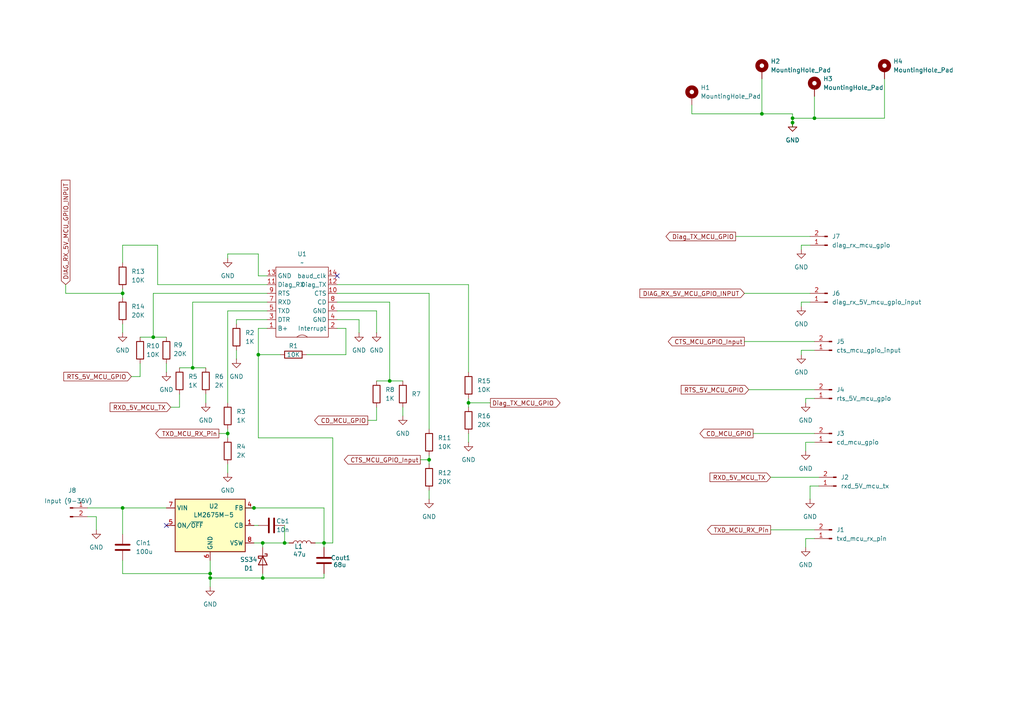
<source format=kicad_sch>
(kicad_sch
	(version 20231120)
	(generator "eeschema")
	(generator_version "8.0")
	(uuid "967a9f13-20fe-441a-b24c-7e40543a33fd")
	(paper "A4")
	(lib_symbols
		(symbol "Connector:Conn_01x02_Pin"
			(pin_names
				(offset 1.016) hide)
			(exclude_from_sim no)
			(in_bom yes)
			(on_board yes)
			(property "Reference" "J"
				(at 0 2.54 0)
				(effects
					(font
						(size 1.27 1.27)
					)
				)
			)
			(property "Value" "Conn_01x02_Pin"
				(at 0 -5.08 0)
				(effects
					(font
						(size 1.27 1.27)
					)
				)
			)
			(property "Footprint" ""
				(at 0 0 0)
				(effects
					(font
						(size 1.27 1.27)
					)
					(hide yes)
				)
			)
			(property "Datasheet" "~"
				(at 0 0 0)
				(effects
					(font
						(size 1.27 1.27)
					)
					(hide yes)
				)
			)
			(property "Description" "Generic connector, single row, 01x02, script generated"
				(at 0 0 0)
				(effects
					(font
						(size 1.27 1.27)
					)
					(hide yes)
				)
			)
			(property "ki_locked" ""
				(at 0 0 0)
				(effects
					(font
						(size 1.27 1.27)
					)
				)
			)
			(property "ki_keywords" "connector"
				(at 0 0 0)
				(effects
					(font
						(size 1.27 1.27)
					)
					(hide yes)
				)
			)
			(property "ki_fp_filters" "Connector*:*_1x??_*"
				(at 0 0 0)
				(effects
					(font
						(size 1.27 1.27)
					)
					(hide yes)
				)
			)
			(symbol "Conn_01x02_Pin_1_1"
				(polyline
					(pts
						(xy 1.27 -2.54) (xy 0.8636 -2.54)
					)
					(stroke
						(width 0.1524)
						(type default)
					)
					(fill
						(type none)
					)
				)
				(polyline
					(pts
						(xy 1.27 0) (xy 0.8636 0)
					)
					(stroke
						(width 0.1524)
						(type default)
					)
					(fill
						(type none)
					)
				)
				(rectangle
					(start 0.8636 -2.413)
					(end 0 -2.667)
					(stroke
						(width 0.1524)
						(type default)
					)
					(fill
						(type outline)
					)
				)
				(rectangle
					(start 0.8636 0.127)
					(end 0 -0.127)
					(stroke
						(width 0.1524)
						(type default)
					)
					(fill
						(type outline)
					)
				)
				(pin passive line
					(at 5.08 0 180)
					(length 3.81)
					(name "Pin_1"
						(effects
							(font
								(size 1.27 1.27)
							)
						)
					)
					(number "1"
						(effects
							(font
								(size 1.27 1.27)
							)
						)
					)
				)
				(pin passive line
					(at 5.08 -2.54 180)
					(length 3.81)
					(name "Pin_2"
						(effects
							(font
								(size 1.27 1.27)
							)
						)
					)
					(number "2"
						(effects
							(font
								(size 1.27 1.27)
							)
						)
					)
				)
			)
		)
		(symbol "Device:C"
			(pin_numbers hide)
			(pin_names
				(offset 0.254)
			)
			(exclude_from_sim no)
			(in_bom yes)
			(on_board yes)
			(property "Reference" "C"
				(at 0.635 2.54 0)
				(effects
					(font
						(size 1.27 1.27)
					)
					(justify left)
				)
			)
			(property "Value" "C"
				(at 0.635 -2.54 0)
				(effects
					(font
						(size 1.27 1.27)
					)
					(justify left)
				)
			)
			(property "Footprint" ""
				(at 0.9652 -3.81 0)
				(effects
					(font
						(size 1.27 1.27)
					)
					(hide yes)
				)
			)
			(property "Datasheet" "~"
				(at 0 0 0)
				(effects
					(font
						(size 1.27 1.27)
					)
					(hide yes)
				)
			)
			(property "Description" "Unpolarized capacitor"
				(at 0 0 0)
				(effects
					(font
						(size 1.27 1.27)
					)
					(hide yes)
				)
			)
			(property "ki_keywords" "cap capacitor"
				(at 0 0 0)
				(effects
					(font
						(size 1.27 1.27)
					)
					(hide yes)
				)
			)
			(property "ki_fp_filters" "C_*"
				(at 0 0 0)
				(effects
					(font
						(size 1.27 1.27)
					)
					(hide yes)
				)
			)
			(symbol "C_0_1"
				(polyline
					(pts
						(xy -2.032 -0.762) (xy 2.032 -0.762)
					)
					(stroke
						(width 0.508)
						(type default)
					)
					(fill
						(type none)
					)
				)
				(polyline
					(pts
						(xy -2.032 0.762) (xy 2.032 0.762)
					)
					(stroke
						(width 0.508)
						(type default)
					)
					(fill
						(type none)
					)
				)
			)
			(symbol "C_1_1"
				(pin passive line
					(at 0 3.81 270)
					(length 2.794)
					(name "~"
						(effects
							(font
								(size 1.27 1.27)
							)
						)
					)
					(number "1"
						(effects
							(font
								(size 1.27 1.27)
							)
						)
					)
				)
				(pin passive line
					(at 0 -3.81 90)
					(length 2.794)
					(name "~"
						(effects
							(font
								(size 1.27 1.27)
							)
						)
					)
					(number "2"
						(effects
							(font
								(size 1.27 1.27)
							)
						)
					)
				)
			)
		)
		(symbol "Device:L"
			(pin_numbers hide)
			(pin_names
				(offset 1.016) hide)
			(exclude_from_sim no)
			(in_bom yes)
			(on_board yes)
			(property "Reference" "L"
				(at -1.27 0 90)
				(effects
					(font
						(size 1.27 1.27)
					)
				)
			)
			(property "Value" "L"
				(at 1.905 0 90)
				(effects
					(font
						(size 1.27 1.27)
					)
				)
			)
			(property "Footprint" ""
				(at 0 0 0)
				(effects
					(font
						(size 1.27 1.27)
					)
					(hide yes)
				)
			)
			(property "Datasheet" "~"
				(at 0 0 0)
				(effects
					(font
						(size 1.27 1.27)
					)
					(hide yes)
				)
			)
			(property "Description" "Inductor"
				(at 0 0 0)
				(effects
					(font
						(size 1.27 1.27)
					)
					(hide yes)
				)
			)
			(property "ki_keywords" "inductor choke coil reactor magnetic"
				(at 0 0 0)
				(effects
					(font
						(size 1.27 1.27)
					)
					(hide yes)
				)
			)
			(property "ki_fp_filters" "Choke_* *Coil* Inductor_* L_*"
				(at 0 0 0)
				(effects
					(font
						(size 1.27 1.27)
					)
					(hide yes)
				)
			)
			(symbol "L_0_1"
				(arc
					(start 0 -2.54)
					(mid 0.6323 -1.905)
					(end 0 -1.27)
					(stroke
						(width 0)
						(type default)
					)
					(fill
						(type none)
					)
				)
				(arc
					(start 0 -1.27)
					(mid 0.6323 -0.635)
					(end 0 0)
					(stroke
						(width 0)
						(type default)
					)
					(fill
						(type none)
					)
				)
				(arc
					(start 0 0)
					(mid 0.6323 0.635)
					(end 0 1.27)
					(stroke
						(width 0)
						(type default)
					)
					(fill
						(type none)
					)
				)
				(arc
					(start 0 1.27)
					(mid 0.6323 1.905)
					(end 0 2.54)
					(stroke
						(width 0)
						(type default)
					)
					(fill
						(type none)
					)
				)
			)
			(symbol "L_1_1"
				(pin passive line
					(at 0 3.81 270)
					(length 1.27)
					(name "1"
						(effects
							(font
								(size 1.27 1.27)
							)
						)
					)
					(number "1"
						(effects
							(font
								(size 1.27 1.27)
							)
						)
					)
				)
				(pin passive line
					(at 0 -3.81 90)
					(length 1.27)
					(name "2"
						(effects
							(font
								(size 1.27 1.27)
							)
						)
					)
					(number "2"
						(effects
							(font
								(size 1.27 1.27)
							)
						)
					)
				)
			)
		)
		(symbol "Device:R"
			(pin_numbers hide)
			(pin_names
				(offset 0)
			)
			(exclude_from_sim no)
			(in_bom yes)
			(on_board yes)
			(property "Reference" "R"
				(at 2.032 0 90)
				(effects
					(font
						(size 1.27 1.27)
					)
				)
			)
			(property "Value" "R"
				(at 0 0 90)
				(effects
					(font
						(size 1.27 1.27)
					)
				)
			)
			(property "Footprint" ""
				(at -1.778 0 90)
				(effects
					(font
						(size 1.27 1.27)
					)
					(hide yes)
				)
			)
			(property "Datasheet" "~"
				(at 0 0 0)
				(effects
					(font
						(size 1.27 1.27)
					)
					(hide yes)
				)
			)
			(property "Description" "Resistor"
				(at 0 0 0)
				(effects
					(font
						(size 1.27 1.27)
					)
					(hide yes)
				)
			)
			(property "ki_keywords" "R res resistor"
				(at 0 0 0)
				(effects
					(font
						(size 1.27 1.27)
					)
					(hide yes)
				)
			)
			(property "ki_fp_filters" "R_*"
				(at 0 0 0)
				(effects
					(font
						(size 1.27 1.27)
					)
					(hide yes)
				)
			)
			(symbol "R_0_1"
				(rectangle
					(start -1.016 -2.54)
					(end 1.016 2.54)
					(stroke
						(width 0.254)
						(type default)
					)
					(fill
						(type none)
					)
				)
			)
			(symbol "R_1_1"
				(pin passive line
					(at 0 3.81 270)
					(length 1.27)
					(name "~"
						(effects
							(font
								(size 1.27 1.27)
							)
						)
					)
					(number "1"
						(effects
							(font
								(size 1.27 1.27)
							)
						)
					)
				)
				(pin passive line
					(at 0 -3.81 90)
					(length 1.27)
					(name "~"
						(effects
							(font
								(size 1.27 1.27)
							)
						)
					)
					(number "2"
						(effects
							(font
								(size 1.27 1.27)
							)
						)
					)
				)
			)
		)
		(symbol "Diode:SS34"
			(pin_numbers hide)
			(pin_names
				(offset 1.016) hide)
			(exclude_from_sim no)
			(in_bom yes)
			(on_board yes)
			(property "Reference" "D"
				(at 0 2.54 0)
				(effects
					(font
						(size 1.27 1.27)
					)
				)
			)
			(property "Value" "SS34"
				(at 0 -2.54 0)
				(effects
					(font
						(size 1.27 1.27)
					)
				)
			)
			(property "Footprint" "Diode_SMD:D_SMA"
				(at 0 -4.445 0)
				(effects
					(font
						(size 1.27 1.27)
					)
					(hide yes)
				)
			)
			(property "Datasheet" "https://www.vishay.com/docs/88751/ss32.pdf"
				(at 0 0 0)
				(effects
					(font
						(size 1.27 1.27)
					)
					(hide yes)
				)
			)
			(property "Description" "40V 3A Schottky Diode, SMA"
				(at 0 0 0)
				(effects
					(font
						(size 1.27 1.27)
					)
					(hide yes)
				)
			)
			(property "ki_keywords" "diode Schottky"
				(at 0 0 0)
				(effects
					(font
						(size 1.27 1.27)
					)
					(hide yes)
				)
			)
			(property "ki_fp_filters" "D*SMA*"
				(at 0 0 0)
				(effects
					(font
						(size 1.27 1.27)
					)
					(hide yes)
				)
			)
			(symbol "SS34_0_1"
				(polyline
					(pts
						(xy 1.27 0) (xy -1.27 0)
					)
					(stroke
						(width 0)
						(type default)
					)
					(fill
						(type none)
					)
				)
				(polyline
					(pts
						(xy 1.27 1.27) (xy 1.27 -1.27) (xy -1.27 0) (xy 1.27 1.27)
					)
					(stroke
						(width 0.254)
						(type default)
					)
					(fill
						(type none)
					)
				)
				(polyline
					(pts
						(xy -1.905 0.635) (xy -1.905 1.27) (xy -1.27 1.27) (xy -1.27 -1.27) (xy -0.635 -1.27) (xy -0.635 -0.635)
					)
					(stroke
						(width 0.254)
						(type default)
					)
					(fill
						(type none)
					)
				)
			)
			(symbol "SS34_1_1"
				(pin passive line
					(at -3.81 0 0)
					(length 2.54)
					(name "K"
						(effects
							(font
								(size 1.27 1.27)
							)
						)
					)
					(number "1"
						(effects
							(font
								(size 1.27 1.27)
							)
						)
					)
				)
				(pin passive line
					(at 3.81 0 180)
					(length 2.54)
					(name "A"
						(effects
							(font
								(size 1.27 1.27)
							)
						)
					)
					(number "2"
						(effects
							(font
								(size 1.27 1.27)
							)
						)
					)
				)
			)
		)
		(symbol "Mechanical:MountingHole_Pad"
			(pin_numbers hide)
			(pin_names
				(offset 1.016) hide)
			(exclude_from_sim yes)
			(in_bom no)
			(on_board yes)
			(property "Reference" "H"
				(at 0 6.35 0)
				(effects
					(font
						(size 1.27 1.27)
					)
				)
			)
			(property "Value" "MountingHole_Pad"
				(at 0 4.445 0)
				(effects
					(font
						(size 1.27 1.27)
					)
				)
			)
			(property "Footprint" ""
				(at 0 0 0)
				(effects
					(font
						(size 1.27 1.27)
					)
					(hide yes)
				)
			)
			(property "Datasheet" "~"
				(at 0 0 0)
				(effects
					(font
						(size 1.27 1.27)
					)
					(hide yes)
				)
			)
			(property "Description" "Mounting Hole with connection"
				(at 0 0 0)
				(effects
					(font
						(size 1.27 1.27)
					)
					(hide yes)
				)
			)
			(property "ki_keywords" "mounting hole"
				(at 0 0 0)
				(effects
					(font
						(size 1.27 1.27)
					)
					(hide yes)
				)
			)
			(property "ki_fp_filters" "MountingHole*Pad*"
				(at 0 0 0)
				(effects
					(font
						(size 1.27 1.27)
					)
					(hide yes)
				)
			)
			(symbol "MountingHole_Pad_0_1"
				(circle
					(center 0 1.27)
					(radius 1.27)
					(stroke
						(width 1.27)
						(type default)
					)
					(fill
						(type none)
					)
				)
			)
			(symbol "MountingHole_Pad_1_1"
				(pin input line
					(at 0 -2.54 90)
					(length 2.54)
					(name "1"
						(effects
							(font
								(size 1.27 1.27)
							)
						)
					)
					(number "1"
						(effects
							(font
								(size 1.27 1.27)
							)
						)
					)
				)
			)
		)
		(symbol "New_Library:new_MM2_TTL_Header"
			(exclude_from_sim no)
			(in_bom yes)
			(on_board yes)
			(property "Reference" "U"
				(at 0 0 0)
				(effects
					(font
						(size 1.27 1.27)
					)
				)
			)
			(property "Value" ""
				(at 0 0 0)
				(effects
					(font
						(size 1.27 1.27)
					)
				)
			)
			(property "Footprint" ""
				(at 0 0 0)
				(effects
					(font
						(size 1.27 1.27)
					)
					(hide yes)
				)
			)
			(property "Datasheet" ""
				(at 0 0 0)
				(effects
					(font
						(size 1.27 1.27)
					)
					(hide yes)
				)
			)
			(property "Description" ""
				(at 0 0 0)
				(effects
					(font
						(size 1.27 1.27)
					)
					(hide yes)
				)
			)
			(symbol "new_MM2_TTL_Header_0_1"
				(rectangle
					(start -7.62 10.16)
					(end 7.62 -10.16)
					(stroke
						(width 0)
						(type default)
					)
					(fill
						(type none)
					)
				)
				(arc
					(start 1.524 -10.1601)
					(mid 0 -9.5288)
					(end -1.524 -10.1601)
					(stroke
						(width 0)
						(type default)
					)
					(fill
						(type none)
					)
				)
			)
			(symbol "new_MM2_TTL_Header_1_1"
				(pin power_in line
					(at 10.16 -7.62 180)
					(length 2.54)
					(name "B+"
						(effects
							(font
								(size 1.27 1.27)
							)
						)
					)
					(number "1"
						(effects
							(font
								(size 1.27 1.27)
							)
						)
					)
				)
				(pin output line
					(at -10.16 2.54 0)
					(length 2.54)
					(name "CTS"
						(effects
							(font
								(size 1.27 1.27)
							)
						)
					)
					(number "10"
						(effects
							(font
								(size 1.27 1.27)
							)
						)
					)
				)
				(pin input line
					(at 10.16 5.08 180)
					(length 2.54)
					(name "Diag_RX"
						(effects
							(font
								(size 1.27 1.27)
							)
						)
					)
					(number "11"
						(effects
							(font
								(size 1.27 1.27)
							)
						)
					)
				)
				(pin output line
					(at -10.16 5.08 0)
					(length 2.54)
					(name "Diag_TX"
						(effects
							(font
								(size 1.27 1.27)
							)
						)
					)
					(number "12"
						(effects
							(font
								(size 1.27 1.27)
							)
						)
					)
				)
				(pin power_in line
					(at 10.16 7.62 180)
					(length 2.54)
					(name "GND"
						(effects
							(font
								(size 1.27 1.27)
							)
						)
					)
					(number "13"
						(effects
							(font
								(size 1.27 1.27)
							)
						)
					)
				)
				(pin output line
					(at -10.16 7.62 0)
					(length 2.54)
					(name "baud_clk"
						(effects
							(font
								(size 1.27 1.27)
							)
						)
					)
					(number "14"
						(effects
							(font
								(size 1.27 1.27)
							)
						)
					)
				)
				(pin input line
					(at -10.16 -7.62 0)
					(length 2.54)
					(name "Interrupt"
						(effects
							(font
								(size 1.27 1.27)
							)
						)
					)
					(number "2"
						(effects
							(font
								(size 1.27 1.27)
							)
						)
					)
				)
				(pin input line
					(at 10.16 -5.08 180)
					(length 2.54)
					(name "DTR"
						(effects
							(font
								(size 1.27 1.27)
							)
						)
					)
					(number "3"
						(effects
							(font
								(size 1.27 1.27)
							)
						)
					)
				)
				(pin power_in line
					(at -10.16 -5.08 0)
					(length 2.54)
					(name "GND"
						(effects
							(font
								(size 1.27 1.27)
							)
						)
					)
					(number "4"
						(effects
							(font
								(size 1.27 1.27)
							)
						)
					)
				)
				(pin output line
					(at 10.16 -2.54 180)
					(length 2.54)
					(name "TXD"
						(effects
							(font
								(size 1.27 1.27)
							)
						)
					)
					(number "5"
						(effects
							(font
								(size 1.27 1.27)
							)
						)
					)
				)
				(pin power_in line
					(at -10.16 -2.54 0)
					(length 2.54)
					(name "GND"
						(effects
							(font
								(size 1.27 1.27)
							)
						)
					)
					(number "6"
						(effects
							(font
								(size 1.27 1.27)
							)
						)
					)
				)
				(pin input line
					(at 10.16 0 180)
					(length 2.54)
					(name "RXD"
						(effects
							(font
								(size 1.27 1.27)
							)
						)
					)
					(number "7"
						(effects
							(font
								(size 1.27 1.27)
							)
						)
					)
				)
				(pin output line
					(at -10.16 0 0)
					(length 2.54)
					(name "CD"
						(effects
							(font
								(size 1.27 1.27)
							)
						)
					)
					(number "8"
						(effects
							(font
								(size 1.27 1.27)
							)
						)
					)
				)
				(pin input line
					(at 10.16 2.54 180)
					(length 2.54)
					(name "RTS"
						(effects
							(font
								(size 1.27 1.27)
							)
						)
					)
					(number "9"
						(effects
							(font
								(size 1.27 1.27)
							)
						)
					)
				)
			)
		)
		(symbol "Regulator_Switching:LM2675M-5"
			(exclude_from_sim no)
			(in_bom yes)
			(on_board yes)
			(property "Reference" "U"
				(at -10.16 8.89 0)
				(effects
					(font
						(size 1.27 1.27)
					)
					(justify left)
				)
			)
			(property "Value" "LM2675M-5"
				(at 0 8.89 0)
				(effects
					(font
						(size 1.27 1.27)
					)
					(justify left)
				)
			)
			(property "Footprint" "Package_SO:SOIC-8_3.9x4.9mm_P1.27mm"
				(at 1.27 -8.89 0)
				(effects
					(font
						(size 1.27 1.27)
						(italic yes)
					)
					(justify left)
					(hide yes)
				)
			)
			(property "Datasheet" "http://www.ti.com/lit/ds/symlink/lm2675.pdf"
				(at 0 0 0)
				(effects
					(font
						(size 1.27 1.27)
					)
					(hide yes)
				)
			)
			(property "Description" "5V, 1A Step-Down Voltage Regulator, SO-8"
				(at 0 0 0)
				(effects
					(font
						(size 1.27 1.27)
					)
					(hide yes)
				)
			)
			(property "ki_keywords" "Step-Down Voltage Regulator 5V 1A"
				(at 0 0 0)
				(effects
					(font
						(size 1.27 1.27)
					)
					(hide yes)
				)
			)
			(property "ki_fp_filters" "SOIC*3.9x4.9mm*P1.27mm*"
				(at 0 0 0)
				(effects
					(font
						(size 1.27 1.27)
					)
					(hide yes)
				)
			)
			(symbol "LM2675M-5_0_1"
				(rectangle
					(start -10.16 7.62)
					(end 10.16 -7.62)
					(stroke
						(width 0.254)
						(type default)
					)
					(fill
						(type background)
					)
				)
			)
			(symbol "LM2675M-5_1_1"
				(pin input line
					(at 12.7 0 180)
					(length 2.54)
					(name "CB"
						(effects
							(font
								(size 1.27 1.27)
							)
						)
					)
					(number "1"
						(effects
							(font
								(size 1.27 1.27)
							)
						)
					)
				)
				(pin no_connect line
					(at -10.16 -2.54 0)
					(length 2.54) hide
					(name "NC"
						(effects
							(font
								(size 1.27 1.27)
							)
						)
					)
					(number "2"
						(effects
							(font
								(size 1.27 1.27)
							)
						)
					)
				)
				(pin no_connect line
					(at -10.16 -5.08 0)
					(length 2.54) hide
					(name "NC"
						(effects
							(font
								(size 1.27 1.27)
							)
						)
					)
					(number "3"
						(effects
							(font
								(size 1.27 1.27)
							)
						)
					)
				)
				(pin input line
					(at 12.7 5.08 180)
					(length 2.54)
					(name "FB"
						(effects
							(font
								(size 1.27 1.27)
							)
						)
					)
					(number "4"
						(effects
							(font
								(size 1.27 1.27)
							)
						)
					)
				)
				(pin input line
					(at -12.7 0 0)
					(length 2.54)
					(name "ON/~{OFF}"
						(effects
							(font
								(size 1.27 1.27)
							)
						)
					)
					(number "5"
						(effects
							(font
								(size 1.27 1.27)
							)
						)
					)
				)
				(pin power_in line
					(at 0 -10.16 90)
					(length 2.54)
					(name "GND"
						(effects
							(font
								(size 1.27 1.27)
							)
						)
					)
					(number "6"
						(effects
							(font
								(size 1.27 1.27)
							)
						)
					)
				)
				(pin power_in line
					(at -12.7 5.08 0)
					(length 2.54)
					(name "VIN"
						(effects
							(font
								(size 1.27 1.27)
							)
						)
					)
					(number "7"
						(effects
							(font
								(size 1.27 1.27)
							)
						)
					)
				)
				(pin output line
					(at 12.7 -5.08 180)
					(length 2.54)
					(name "VSW"
						(effects
							(font
								(size 1.27 1.27)
							)
						)
					)
					(number "8"
						(effects
							(font
								(size 1.27 1.27)
							)
						)
					)
				)
			)
		)
		(symbol "power:GND"
			(power)
			(pin_numbers hide)
			(pin_names
				(offset 0) hide)
			(exclude_from_sim no)
			(in_bom yes)
			(on_board yes)
			(property "Reference" "#PWR"
				(at 0 -6.35 0)
				(effects
					(font
						(size 1.27 1.27)
					)
					(hide yes)
				)
			)
			(property "Value" "GND"
				(at 0 -3.81 0)
				(effects
					(font
						(size 1.27 1.27)
					)
				)
			)
			(property "Footprint" ""
				(at 0 0 0)
				(effects
					(font
						(size 1.27 1.27)
					)
					(hide yes)
				)
			)
			(property "Datasheet" ""
				(at 0 0 0)
				(effects
					(font
						(size 1.27 1.27)
					)
					(hide yes)
				)
			)
			(property "Description" "Power symbol creates a global label with name \"GND\" , ground"
				(at 0 0 0)
				(effects
					(font
						(size 1.27 1.27)
					)
					(hide yes)
				)
			)
			(property "ki_keywords" "global power"
				(at 0 0 0)
				(effects
					(font
						(size 1.27 1.27)
					)
					(hide yes)
				)
			)
			(symbol "GND_0_1"
				(polyline
					(pts
						(xy 0 0) (xy 0 -1.27) (xy 1.27 -1.27) (xy 0 -2.54) (xy -1.27 -1.27) (xy 0 -1.27)
					)
					(stroke
						(width 0)
						(type default)
					)
					(fill
						(type none)
					)
				)
			)
			(symbol "GND_1_1"
				(pin power_in line
					(at 0 0 270)
					(length 0)
					(name "~"
						(effects
							(font
								(size 1.27 1.27)
							)
						)
					)
					(number "1"
						(effects
							(font
								(size 1.27 1.27)
							)
						)
					)
				)
			)
		)
	)
	(junction
		(at 82.55 157.48)
		(diameter 0)
		(color 0 0 0 0)
		(uuid "0d48d109-126b-4957-a11c-acd22a2f7eee")
	)
	(junction
		(at 66.04 125.73)
		(diameter 0)
		(color 0 0 0 0)
		(uuid "126d538c-c38e-4272-957c-6b5c106f3458")
	)
	(junction
		(at 113.03 110.49)
		(diameter 0)
		(color 0 0 0 0)
		(uuid "13a6d04d-ac6a-4d6c-9911-ca2bc45bd55a")
	)
	(junction
		(at 76.2 157.48)
		(diameter 0)
		(color 0 0 0 0)
		(uuid "165f595b-685f-4ab4-8433-863422431d55")
	)
	(junction
		(at 93.98 157.48)
		(diameter 0)
		(color 0 0 0 0)
		(uuid "17c16c16-3805-426f-83df-5de9fd8606eb")
	)
	(junction
		(at 124.46 133.35)
		(diameter 0)
		(color 0 0 0 0)
		(uuid "197efc72-13c7-4713-be22-0e9b11470a8b")
	)
	(junction
		(at 35.56 85.09)
		(diameter 0)
		(color 0 0 0 0)
		(uuid "1bdf4345-4f2b-4939-9f29-3442a494cbd3")
	)
	(junction
		(at 220.98 33.02)
		(diameter 0)
		(color 0 0 0 0)
		(uuid "314a2661-6012-4381-8d15-eca13dc0a3af")
	)
	(junction
		(at 35.56 147.32)
		(diameter 0)
		(color 0 0 0 0)
		(uuid "3a91ab02-4bcf-4591-8647-a6a5d801a09a")
	)
	(junction
		(at 229.87 35.56)
		(diameter 0)
		(color 0 0 0 0)
		(uuid "3bc4dddd-9725-4d2b-98b7-25ec5376aaf6")
	)
	(junction
		(at 60.96 167.64)
		(diameter 0)
		(color 0 0 0 0)
		(uuid "3bc776ac-6664-46aa-892c-6a48870ad41a")
	)
	(junction
		(at 135.89 116.84)
		(diameter 0)
		(color 0 0 0 0)
		(uuid "58f4b0b7-2685-4e77-ba88-582495c2a077")
	)
	(junction
		(at 76.2 167.64)
		(diameter 0)
		(color 0 0 0 0)
		(uuid "b0270554-8277-4a30-99be-8ddf2a323bf8")
	)
	(junction
		(at 229.87 34.29)
		(diameter 0)
		(color 0 0 0 0)
		(uuid "bb9ea265-4b68-4a31-a3f7-837b8820faac")
	)
	(junction
		(at 55.88 106.68)
		(diameter 0)
		(color 0 0 0 0)
		(uuid "c02b1409-f926-4ef1-8da1-c0f6f9c3b0cc")
	)
	(junction
		(at 44.45 97.79)
		(diameter 0)
		(color 0 0 0 0)
		(uuid "c42e244f-ae0c-4a97-a6ca-73471100b8ce")
	)
	(junction
		(at 74.93 102.87)
		(diameter 0)
		(color 0 0 0 0)
		(uuid "c96e4a31-53bd-4151-80da-ab473a4969b9")
	)
	(junction
		(at 60.96 166.37)
		(diameter 0)
		(color 0 0 0 0)
		(uuid "d197e33d-a933-4aa0-b4aa-d3af127ab4cf")
	)
	(junction
		(at 73.66 147.32)
		(diameter 0)
		(color 0 0 0 0)
		(uuid "e9e97f6f-0c37-49be-a42f-6657bbf0806a")
	)
	(junction
		(at 236.22 34.29)
		(diameter 0)
		(color 0 0 0 0)
		(uuid "f1c1d026-66b9-4183-b3b3-0f54443dd852")
	)
	(no_connect
		(at 48.26 152.4)
		(uuid "387d7835-60d6-45bd-b4b9-06bce8acf9cc")
	)
	(no_connect
		(at 97.79 80.01)
		(uuid "6a4a60b8-316a-4040-b2cd-775e7efec906")
	)
	(wire
		(pts
			(xy 91.44 157.48) (xy 93.98 157.48)
		)
		(stroke
			(width 0)
			(type default)
		)
		(uuid "005d02c2-784b-4b71-9575-4539985a11d6")
	)
	(wire
		(pts
			(xy 49.53 118.11) (xy 52.07 118.11)
		)
		(stroke
			(width 0)
			(type default)
		)
		(uuid "023533e0-ad65-43a7-9319-72f96eb172a4")
	)
	(wire
		(pts
			(xy 35.56 162.56) (xy 35.56 166.37)
		)
		(stroke
			(width 0)
			(type default)
		)
		(uuid "04875619-13e8-4729-ab28-b28f38be294f")
	)
	(wire
		(pts
			(xy 218.44 125.73) (xy 236.22 125.73)
		)
		(stroke
			(width 0)
			(type default)
		)
		(uuid "06c932ac-0a9f-405b-b792-2c728715841e")
	)
	(wire
		(pts
			(xy 200.66 33.02) (xy 220.98 33.02)
		)
		(stroke
			(width 0)
			(type default)
		)
		(uuid "0921547e-a0d9-4de9-9cea-4edda9e01a14")
	)
	(wire
		(pts
			(xy 121.92 133.35) (xy 124.46 133.35)
		)
		(stroke
			(width 0)
			(type default)
		)
		(uuid "0b197f8a-0892-4dda-8194-9033be2c719a")
	)
	(wire
		(pts
			(xy 35.56 83.82) (xy 35.56 85.09)
		)
		(stroke
			(width 0)
			(type default)
		)
		(uuid "1720ed63-b0e4-4624-82a4-b56d499eac84")
	)
	(wire
		(pts
			(xy 97.79 92.71) (xy 104.14 92.71)
		)
		(stroke
			(width 0)
			(type default)
		)
		(uuid "1754b00c-707f-4a9f-835f-035fdceb0d19")
	)
	(wire
		(pts
			(xy 109.22 110.49) (xy 113.03 110.49)
		)
		(stroke
			(width 0)
			(type default)
		)
		(uuid "1763f181-6506-49de-835c-55dd9696cc5b")
	)
	(wire
		(pts
			(xy 60.96 167.64) (xy 60.96 170.18)
		)
		(stroke
			(width 0)
			(type default)
		)
		(uuid "17c7a261-d431-410a-b851-85faac968c98")
	)
	(wire
		(pts
			(xy 35.56 147.32) (xy 35.56 154.94)
		)
		(stroke
			(width 0)
			(type default)
		)
		(uuid "182767b2-bac7-492e-b029-aadec229c834")
	)
	(wire
		(pts
			(xy 233.68 128.27) (xy 233.68 130.81)
		)
		(stroke
			(width 0)
			(type default)
		)
		(uuid "1c669301-ad29-4e42-ba54-f1346bf9de3b")
	)
	(wire
		(pts
			(xy 77.47 92.71) (xy 68.58 92.71)
		)
		(stroke
			(width 0)
			(type default)
		)
		(uuid "1d51ad63-7f25-48b4-bcfc-661342d9a26c")
	)
	(wire
		(pts
			(xy 77.47 95.25) (xy 74.93 95.25)
		)
		(stroke
			(width 0)
			(type default)
		)
		(uuid "1eba58c0-634d-4bc3-8696-2e023c9e5d09")
	)
	(wire
		(pts
			(xy 60.96 167.64) (xy 76.2 167.64)
		)
		(stroke
			(width 0)
			(type default)
		)
		(uuid "24b9a9d7-9230-4a30-becc-d8e70cadd21b")
	)
	(wire
		(pts
			(xy 232.41 71.12) (xy 232.41 72.39)
		)
		(stroke
			(width 0)
			(type default)
		)
		(uuid "277aa9d6-1a4d-4638-a462-afd91562a153")
	)
	(wire
		(pts
			(xy 59.69 114.3) (xy 59.69 116.84)
		)
		(stroke
			(width 0)
			(type default)
		)
		(uuid "2803f26a-9da3-4d7e-a700-af1908e56a67")
	)
	(wire
		(pts
			(xy 93.98 147.32) (xy 93.98 157.48)
		)
		(stroke
			(width 0)
			(type default)
		)
		(uuid "2934fada-c0c7-41d2-b1e9-124b39b17793")
	)
	(wire
		(pts
			(xy 76.2 157.48) (xy 76.2 158.75)
		)
		(stroke
			(width 0)
			(type default)
		)
		(uuid "29db8c13-ed14-4970-9f94-22c3ed8d73db")
	)
	(wire
		(pts
			(xy 213.36 68.58) (xy 234.95 68.58)
		)
		(stroke
			(width 0)
			(type default)
		)
		(uuid "29e40964-40d6-4b4c-961c-81b59c6fe231")
	)
	(wire
		(pts
			(xy 93.98 167.64) (xy 76.2 167.64)
		)
		(stroke
			(width 0)
			(type default)
		)
		(uuid "2e4c037a-0e67-4134-a598-414e3fe2a930")
	)
	(wire
		(pts
			(xy 38.1 109.22) (xy 40.64 109.22)
		)
		(stroke
			(width 0)
			(type default)
		)
		(uuid "30fee630-04ff-4b36-9a3b-342cadcc0741")
	)
	(wire
		(pts
			(xy 113.03 87.63) (xy 113.03 110.49)
		)
		(stroke
			(width 0)
			(type default)
		)
		(uuid "338201d9-d1df-4a05-8dda-1ea030610ff4")
	)
	(wire
		(pts
			(xy 71.12 147.32) (xy 73.66 147.32)
		)
		(stroke
			(width 0)
			(type default)
		)
		(uuid "34e6638f-9598-4560-8677-3463eb6c052e")
	)
	(wire
		(pts
			(xy 232.41 101.6) (xy 232.41 102.87)
		)
		(stroke
			(width 0)
			(type default)
		)
		(uuid "35d358cf-0031-4db0-9f65-23874bcd3bd1")
	)
	(wire
		(pts
			(xy 35.56 166.37) (xy 60.96 166.37)
		)
		(stroke
			(width 0)
			(type default)
		)
		(uuid "36e07fe6-19a6-44cb-8464-cca460995579")
	)
	(wire
		(pts
			(xy 124.46 85.09) (xy 124.46 124.46)
		)
		(stroke
			(width 0)
			(type default)
		)
		(uuid "395aa465-1a73-4dc7-b6e4-bbc08d5fef00")
	)
	(wire
		(pts
			(xy 76.2 166.37) (xy 76.2 167.64)
		)
		(stroke
			(width 0)
			(type default)
		)
		(uuid "3d7448e3-f2f2-43bb-b65d-c9afbe3f0c7c")
	)
	(wire
		(pts
			(xy 236.22 115.57) (xy 233.68 115.57)
		)
		(stroke
			(width 0)
			(type default)
		)
		(uuid "4026e5ec-31e4-4ba0-81bb-fab761d1044c")
	)
	(wire
		(pts
			(xy 93.98 157.48) (xy 96.52 157.48)
		)
		(stroke
			(width 0)
			(type default)
		)
		(uuid "40afbdf6-528c-49e2-95b4-25fcf8123207")
	)
	(wire
		(pts
			(xy 215.9 85.09) (xy 234.95 85.09)
		)
		(stroke
			(width 0)
			(type default)
		)
		(uuid "40c8713d-6f53-476d-a21c-601b8bc0ab0a")
	)
	(wire
		(pts
			(xy 142.24 116.84) (xy 135.89 116.84)
		)
		(stroke
			(width 0)
			(type default)
		)
		(uuid "414cb179-b5cf-4f22-b43e-13b6e49cbf2c")
	)
	(wire
		(pts
			(xy 236.22 34.29) (xy 256.54 34.29)
		)
		(stroke
			(width 0)
			(type default)
		)
		(uuid "43f93f51-b282-4492-938c-00868555bfe1")
	)
	(wire
		(pts
			(xy 124.46 85.09) (xy 97.79 85.09)
		)
		(stroke
			(width 0)
			(type default)
		)
		(uuid "4947c84e-e1ef-4053-96ba-307296a36752")
	)
	(wire
		(pts
			(xy 74.93 80.01) (xy 74.93 73.66)
		)
		(stroke
			(width 0)
			(type default)
		)
		(uuid "4acefcae-ea9c-41b7-8bc1-8525809ad920")
	)
	(wire
		(pts
			(xy 97.79 87.63) (xy 113.03 87.63)
		)
		(stroke
			(width 0)
			(type default)
		)
		(uuid "4aeb1a64-74c4-4c70-81ae-3570143aac79")
	)
	(wire
		(pts
			(xy 236.22 128.27) (xy 233.68 128.27)
		)
		(stroke
			(width 0)
			(type default)
		)
		(uuid "4fff0a25-50ce-4ec4-8ad8-e065bf48f6a2")
	)
	(wire
		(pts
			(xy 52.07 106.68) (xy 55.88 106.68)
		)
		(stroke
			(width 0)
			(type default)
		)
		(uuid "5206c84e-aca1-4f54-8c27-ef746fee0ebb")
	)
	(wire
		(pts
			(xy 44.45 85.09) (xy 77.47 85.09)
		)
		(stroke
			(width 0)
			(type default)
		)
		(uuid "542ca901-b683-4f38-b9ba-dd2e94e2c17f")
	)
	(wire
		(pts
			(xy 40.64 97.79) (xy 44.45 97.79)
		)
		(stroke
			(width 0)
			(type default)
		)
		(uuid "5454b185-541a-4502-8960-c84be695db06")
	)
	(wire
		(pts
			(xy 124.46 132.08) (xy 124.46 133.35)
		)
		(stroke
			(width 0)
			(type default)
		)
		(uuid "546263c4-10f0-495d-a063-09f8a1770440")
	)
	(wire
		(pts
			(xy 74.93 95.25) (xy 74.93 102.87)
		)
		(stroke
			(width 0)
			(type default)
		)
		(uuid "55613a66-a955-48d5-852f-5ce3f7eafce1")
	)
	(wire
		(pts
			(xy 229.87 34.29) (xy 236.22 34.29)
		)
		(stroke
			(width 0)
			(type default)
		)
		(uuid "557d8720-c6bf-4b02-ba8e-25b2dc53f372")
	)
	(wire
		(pts
			(xy 236.22 27.94) (xy 236.22 34.29)
		)
		(stroke
			(width 0)
			(type default)
		)
		(uuid "58bcaae4-981e-4d1e-a7eb-8b0d230d792d")
	)
	(wire
		(pts
			(xy 27.94 149.86) (xy 27.94 153.67)
		)
		(stroke
			(width 0)
			(type default)
		)
		(uuid "5a17144f-1e81-474e-a0d9-7691cf09333f")
	)
	(wire
		(pts
			(xy 135.89 125.73) (xy 135.89 128.27)
		)
		(stroke
			(width 0)
			(type default)
		)
		(uuid "5dd95df7-faa2-456d-8ae2-c8e027961b48")
	)
	(wire
		(pts
			(xy 77.47 80.01) (xy 74.93 80.01)
		)
		(stroke
			(width 0)
			(type default)
		)
		(uuid "5f215ccc-de41-4b49-9f8e-a87e92eb633f")
	)
	(wire
		(pts
			(xy 236.22 101.6) (xy 232.41 101.6)
		)
		(stroke
			(width 0)
			(type default)
		)
		(uuid "609f96b5-6958-4bd8-8ba7-3b37da123c3e")
	)
	(wire
		(pts
			(xy 220.98 22.86) (xy 220.98 33.02)
		)
		(stroke
			(width 0)
			(type default)
		)
		(uuid "63906bc6-8b0e-476d-8ac6-f1db36d953da")
	)
	(wire
		(pts
			(xy 82.55 152.4) (xy 82.55 157.48)
		)
		(stroke
			(width 0)
			(type default)
		)
		(uuid "63bec5a0-335d-450d-b1ef-51bbe99e68bf")
	)
	(wire
		(pts
			(xy 135.89 82.55) (xy 135.89 107.95)
		)
		(stroke
			(width 0)
			(type default)
		)
		(uuid "68c2884b-e50b-4155-a926-901b898fecd4")
	)
	(wire
		(pts
			(xy 116.84 118.11) (xy 116.84 120.65)
		)
		(stroke
			(width 0)
			(type default)
		)
		(uuid "6927c65a-a81e-4b08-8556-8e54c93a7b72")
	)
	(wire
		(pts
			(xy 52.07 114.3) (xy 52.07 118.11)
		)
		(stroke
			(width 0)
			(type default)
		)
		(uuid "6a32be31-ea44-4193-8465-b437f71d61a3")
	)
	(wire
		(pts
			(xy 200.66 30.48) (xy 200.66 33.02)
		)
		(stroke
			(width 0)
			(type default)
		)
		(uuid "6de3d956-91dc-43e0-bd31-8bc527151a11")
	)
	(wire
		(pts
			(xy 237.49 140.97) (xy 234.95 140.97)
		)
		(stroke
			(width 0)
			(type default)
		)
		(uuid "73171390-d00c-46b6-aafb-8417bd44a886")
	)
	(wire
		(pts
			(xy 135.89 115.57) (xy 135.89 116.84)
		)
		(stroke
			(width 0)
			(type default)
		)
		(uuid "7862960f-b8f7-42cf-854e-3c6dfb02cf03")
	)
	(wire
		(pts
			(xy 97.79 90.17) (xy 109.22 90.17)
		)
		(stroke
			(width 0)
			(type default)
		)
		(uuid "787581eb-4368-448f-b2e1-0eb1b28b6f5f")
	)
	(wire
		(pts
			(xy 97.79 95.25) (xy 100.33 95.25)
		)
		(stroke
			(width 0)
			(type default)
		)
		(uuid "7d1698a8-5566-4def-b18a-8e1cee0906a8")
	)
	(wire
		(pts
			(xy 74.93 127) (xy 74.93 102.87)
		)
		(stroke
			(width 0)
			(type default)
		)
		(uuid "7daabd9a-e90b-4c9c-8718-b8f992a6ec3f")
	)
	(wire
		(pts
			(xy 73.66 157.48) (xy 76.2 157.48)
		)
		(stroke
			(width 0)
			(type default)
		)
		(uuid "81451132-c58a-48c5-92ef-f78e13fad209")
	)
	(wire
		(pts
			(xy 25.4 147.32) (xy 35.56 147.32)
		)
		(stroke
			(width 0)
			(type default)
		)
		(uuid "82c9be62-8077-440c-bc70-6b4bb857e7ae")
	)
	(wire
		(pts
			(xy 100.33 95.25) (xy 100.33 102.87)
		)
		(stroke
			(width 0)
			(type default)
		)
		(uuid "83d4a742-e8b9-4078-9fae-71da7182c2e8")
	)
	(wire
		(pts
			(xy 109.22 118.11) (xy 109.22 121.92)
		)
		(stroke
			(width 0)
			(type default)
		)
		(uuid "89d211fc-478e-434e-9884-94e660af1b1f")
	)
	(wire
		(pts
			(xy 76.2 157.48) (xy 82.55 157.48)
		)
		(stroke
			(width 0)
			(type default)
		)
		(uuid "8a9b67b3-83a5-4ea7-9922-18d30deaf9e8")
	)
	(wire
		(pts
			(xy 48.26 105.41) (xy 48.26 107.95)
		)
		(stroke
			(width 0)
			(type default)
		)
		(uuid "8bb4d5d0-c1c3-4e2f-b421-5b8c25379cfe")
	)
	(wire
		(pts
			(xy 66.04 90.17) (xy 66.04 116.84)
		)
		(stroke
			(width 0)
			(type default)
		)
		(uuid "8d8d3b7d-514a-4494-a3dc-a9d8fef4a542")
	)
	(wire
		(pts
			(xy 66.04 73.66) (xy 66.04 74.93)
		)
		(stroke
			(width 0)
			(type default)
		)
		(uuid "8eeaddee-7c17-48c6-81f1-502f89934328")
	)
	(wire
		(pts
			(xy 73.66 147.32) (xy 93.98 147.32)
		)
		(stroke
			(width 0)
			(type default)
		)
		(uuid "90184b7c-ca75-4c18-b438-8b77671da6a7")
	)
	(wire
		(pts
			(xy 19.05 85.09) (xy 35.56 85.09)
		)
		(stroke
			(width 0)
			(type default)
		)
		(uuid "92010d78-c3d0-4d52-ba76-1f12a7269f37")
	)
	(wire
		(pts
			(xy 100.33 102.87) (xy 88.9 102.87)
		)
		(stroke
			(width 0)
			(type default)
		)
		(uuid "92a32767-882d-4678-80ea-615e965fbf44")
	)
	(wire
		(pts
			(xy 66.04 125.73) (xy 66.04 127)
		)
		(stroke
			(width 0)
			(type default)
		)
		(uuid "92ea673b-1d4b-4070-8cdd-df74729b8ac2")
	)
	(wire
		(pts
			(xy 45.72 71.12) (xy 45.72 82.55)
		)
		(stroke
			(width 0)
			(type default)
		)
		(uuid "934ef4be-df91-411f-9205-5726187e555b")
	)
	(wire
		(pts
			(xy 229.87 35.56) (xy 229.87 36.83)
		)
		(stroke
			(width 0)
			(type default)
		)
		(uuid "93e4da34-0580-4e55-b4f6-a60dd2f81be0")
	)
	(wire
		(pts
			(xy 220.98 33.02) (xy 229.87 33.02)
		)
		(stroke
			(width 0)
			(type default)
		)
		(uuid "94c799b1-1d89-43a4-8b31-d2fc50c56ab7")
	)
	(wire
		(pts
			(xy 229.87 34.29) (xy 229.87 35.56)
		)
		(stroke
			(width 0)
			(type default)
		)
		(uuid "950afbdb-f662-4a4d-a81e-d21d2a2866da")
	)
	(wire
		(pts
			(xy 35.56 85.09) (xy 35.56 86.36)
		)
		(stroke
			(width 0)
			(type default)
		)
		(uuid "992e6cd0-1593-4e88-98fa-c58e76e7dd9e")
	)
	(wire
		(pts
			(xy 236.22 156.21) (xy 233.68 156.21)
		)
		(stroke
			(width 0)
			(type default)
		)
		(uuid "9ee3a884-d1ee-43d2-bf90-a05a7ea03bfd")
	)
	(wire
		(pts
			(xy 96.52 127) (xy 74.93 127)
		)
		(stroke
			(width 0)
			(type default)
		)
		(uuid "a01470cf-c591-4139-a47b-641bb98a2e73")
	)
	(wire
		(pts
			(xy 96.52 157.48) (xy 96.52 127)
		)
		(stroke
			(width 0)
			(type default)
		)
		(uuid "a116179b-1258-4503-b26e-7235c5dde64f")
	)
	(wire
		(pts
			(xy 68.58 92.71) (xy 68.58 93.98)
		)
		(stroke
			(width 0)
			(type default)
		)
		(uuid "a4c7e86b-c5be-49af-b07e-b3c25551e88a")
	)
	(wire
		(pts
			(xy 35.56 147.32) (xy 48.26 147.32)
		)
		(stroke
			(width 0)
			(type default)
		)
		(uuid "abb4b9f5-746d-4681-b300-65c76844a549")
	)
	(wire
		(pts
			(xy 135.89 116.84) (xy 135.89 118.11)
		)
		(stroke
			(width 0)
			(type default)
		)
		(uuid "ac9ab62c-d884-43ac-9118-063dabed5d06")
	)
	(wire
		(pts
			(xy 217.17 113.03) (xy 236.22 113.03)
		)
		(stroke
			(width 0)
			(type default)
		)
		(uuid "adc0b964-6fc7-4846-aa3c-a3d71e90d911")
	)
	(wire
		(pts
			(xy 82.55 157.48) (xy 83.82 157.48)
		)
		(stroke
			(width 0)
			(type default)
		)
		(uuid "aead9c44-5287-493a-ad4e-b208f4b0b888")
	)
	(wire
		(pts
			(xy 60.96 162.56) (xy 60.96 166.37)
		)
		(stroke
			(width 0)
			(type default)
		)
		(uuid "afc4ffec-3120-457c-8041-33274e1732fe")
	)
	(wire
		(pts
			(xy 77.47 87.63) (xy 55.88 87.63)
		)
		(stroke
			(width 0)
			(type default)
		)
		(uuid "b17c7acb-f92a-48af-b982-cef204d84546")
	)
	(wire
		(pts
			(xy 215.9 99.06) (xy 236.22 99.06)
		)
		(stroke
			(width 0)
			(type default)
		)
		(uuid "b2144027-71fc-4b78-8606-bbc0c80ba31b")
	)
	(wire
		(pts
			(xy 104.14 92.71) (xy 104.14 96.52)
		)
		(stroke
			(width 0)
			(type default)
		)
		(uuid "b3892c63-bd66-42ea-9fc8-aa37c51da58e")
	)
	(wire
		(pts
			(xy 113.03 110.49) (xy 116.84 110.49)
		)
		(stroke
			(width 0)
			(type default)
		)
		(uuid "b6eb5920-3386-413f-bfbd-71e5a30fc2a4")
	)
	(wire
		(pts
			(xy 93.98 157.48) (xy 93.98 158.75)
		)
		(stroke
			(width 0)
			(type default)
		)
		(uuid "b77d758f-a6c2-41d3-93d4-2e45fa27442b")
	)
	(wire
		(pts
			(xy 81.28 102.87) (xy 74.93 102.87)
		)
		(stroke
			(width 0)
			(type default)
		)
		(uuid "b7930cdf-36b3-41bf-9b61-0fea3c82732b")
	)
	(wire
		(pts
			(xy 77.47 82.55) (xy 45.72 82.55)
		)
		(stroke
			(width 0)
			(type default)
		)
		(uuid "b7fae08c-7c5f-4bf6-9fd7-0b21f495a15b")
	)
	(wire
		(pts
			(xy 35.56 71.12) (xy 35.56 76.2)
		)
		(stroke
			(width 0)
			(type default)
		)
		(uuid "ba2ecf88-cc8d-49e5-9e9c-153609fa1268")
	)
	(wire
		(pts
			(xy 66.04 134.62) (xy 66.04 137.16)
		)
		(stroke
			(width 0)
			(type default)
		)
		(uuid "ba78c1e9-4f47-456c-9ae9-63bbdd3d1182")
	)
	(wire
		(pts
			(xy 232.41 87.63) (xy 232.41 88.9)
		)
		(stroke
			(width 0)
			(type default)
		)
		(uuid "baba4390-a90a-4426-b3e2-cd8906951e05")
	)
	(wire
		(pts
			(xy 106.68 121.92) (xy 109.22 121.92)
		)
		(stroke
			(width 0)
			(type default)
		)
		(uuid "bcc4519b-4675-4f5c-a8cf-a8179fbc571d")
	)
	(wire
		(pts
			(xy 44.45 97.79) (xy 48.26 97.79)
		)
		(stroke
			(width 0)
			(type default)
		)
		(uuid "c40456f9-f570-480a-9816-0e931422ba99")
	)
	(wire
		(pts
			(xy 233.68 156.21) (xy 233.68 158.75)
		)
		(stroke
			(width 0)
			(type default)
		)
		(uuid "c5a6e565-e281-4873-8478-bc2fb373e1d4")
	)
	(wire
		(pts
			(xy 124.46 142.24) (xy 124.46 144.78)
		)
		(stroke
			(width 0)
			(type default)
		)
		(uuid "ca78d631-c938-4c56-b78f-6e615ea5b5e2")
	)
	(wire
		(pts
			(xy 233.68 115.57) (xy 233.68 116.84)
		)
		(stroke
			(width 0)
			(type default)
		)
		(uuid "cacffbb2-ebcc-4ee1-bb70-60a750213765")
	)
	(wire
		(pts
			(xy 97.79 82.55) (xy 135.89 82.55)
		)
		(stroke
			(width 0)
			(type default)
		)
		(uuid "cc664d52-437b-4c45-83c5-4128833c3724")
	)
	(wire
		(pts
			(xy 77.47 90.17) (xy 66.04 90.17)
		)
		(stroke
			(width 0)
			(type default)
		)
		(uuid "cec33f25-8f45-4543-b839-093b0cc0ae00")
	)
	(wire
		(pts
			(xy 45.72 71.12) (xy 35.56 71.12)
		)
		(stroke
			(width 0)
			(type default)
		)
		(uuid "cf210ca4-ded6-49eb-a40a-30b321947965")
	)
	(wire
		(pts
			(xy 66.04 124.46) (xy 66.04 125.73)
		)
		(stroke
			(width 0)
			(type default)
		)
		(uuid "d1d5f473-3134-4889-bf27-6b1c017453d6")
	)
	(wire
		(pts
			(xy 223.52 138.43) (xy 237.49 138.43)
		)
		(stroke
			(width 0)
			(type default)
		)
		(uuid "d33cbcfc-da14-4e3d-803d-de5fb2ac281d")
	)
	(wire
		(pts
			(xy 55.88 87.63) (xy 55.88 106.68)
		)
		(stroke
			(width 0)
			(type default)
		)
		(uuid "d4d2ad54-6fdb-4f60-820a-889081049673")
	)
	(wire
		(pts
			(xy 19.05 82.55) (xy 19.05 85.09)
		)
		(stroke
			(width 0)
			(type default)
		)
		(uuid "ddaa7b31-9e85-46e4-8aed-58ce9329168f")
	)
	(wire
		(pts
			(xy 234.95 87.63) (xy 232.41 87.63)
		)
		(stroke
			(width 0)
			(type default)
		)
		(uuid "de521af1-a4bb-4e46-b00b-4e9ad0c4787a")
	)
	(wire
		(pts
			(xy 256.54 22.86) (xy 256.54 34.29)
		)
		(stroke
			(width 0)
			(type default)
		)
		(uuid "e0310dcc-022f-4dff-8a5a-f5ad9740add6")
	)
	(wire
		(pts
			(xy 60.96 166.37) (xy 60.96 167.64)
		)
		(stroke
			(width 0)
			(type default)
		)
		(uuid "e1412b6c-e6c2-4c7f-a996-2a60653c55b7")
	)
	(wire
		(pts
			(xy 109.22 90.17) (xy 109.22 96.52)
		)
		(stroke
			(width 0)
			(type default)
		)
		(uuid "e2abd02b-ac1d-46f3-b0d4-972aea19cdf5")
	)
	(wire
		(pts
			(xy 44.45 85.09) (xy 44.45 97.79)
		)
		(stroke
			(width 0)
			(type default)
		)
		(uuid "e58ce60d-3140-4c30-a4b4-0e5e5aeb337c")
	)
	(wire
		(pts
			(xy 74.93 152.4) (xy 73.66 152.4)
		)
		(stroke
			(width 0)
			(type default)
		)
		(uuid "e6d2a941-b4d8-4c49-9d7a-07fee2f9d116")
	)
	(wire
		(pts
			(xy 68.58 101.6) (xy 68.58 104.14)
		)
		(stroke
			(width 0)
			(type default)
		)
		(uuid "eab47f52-44ab-4de1-a640-4fb0daf86f45")
	)
	(wire
		(pts
			(xy 234.95 140.97) (xy 234.95 144.78)
		)
		(stroke
			(width 0)
			(type default)
		)
		(uuid "eddf6b62-01e1-4f10-a2d3-94f9394f590e")
	)
	(wire
		(pts
			(xy 25.4 149.86) (xy 27.94 149.86)
		)
		(stroke
			(width 0)
			(type default)
		)
		(uuid "f0714e6e-ae5e-4abe-b4dd-441d4fd95b78")
	)
	(wire
		(pts
			(xy 234.95 71.12) (xy 232.41 71.12)
		)
		(stroke
			(width 0)
			(type default)
		)
		(uuid "f275d993-bbe3-475b-998a-0a4ce201898a")
	)
	(wire
		(pts
			(xy 229.87 33.02) (xy 229.87 34.29)
		)
		(stroke
			(width 0)
			(type default)
		)
		(uuid "f459c539-ad38-48cf-89df-1f084b65b1d7")
	)
	(wire
		(pts
			(xy 124.46 133.35) (xy 124.46 134.62)
		)
		(stroke
			(width 0)
			(type default)
		)
		(uuid "f660ab13-6e42-4312-bb1f-4629dba810e7")
	)
	(wire
		(pts
			(xy 55.88 106.68) (xy 59.69 106.68)
		)
		(stroke
			(width 0)
			(type default)
		)
		(uuid "f922dd60-554b-4b27-aef1-f1bfd23870ca")
	)
	(wire
		(pts
			(xy 35.56 93.98) (xy 35.56 96.52)
		)
		(stroke
			(width 0)
			(type default)
		)
		(uuid "fa93fe5b-eaa2-4059-a824-407e675d1129")
	)
	(wire
		(pts
			(xy 63.5 125.73) (xy 66.04 125.73)
		)
		(stroke
			(width 0)
			(type default)
		)
		(uuid "fb17a312-f9e7-4381-a3cf-3dc4ae982ebb")
	)
	(wire
		(pts
			(xy 74.93 73.66) (xy 66.04 73.66)
		)
		(stroke
			(width 0)
			(type default)
		)
		(uuid "fbf1796e-e1f0-4fbf-aade-213d1d0d2107")
	)
	(wire
		(pts
			(xy 223.52 153.67) (xy 236.22 153.67)
		)
		(stroke
			(width 0)
			(type default)
		)
		(uuid "fbf7344d-c303-4f3c-a0ae-dd76e427e3b1")
	)
	(wire
		(pts
			(xy 93.98 166.37) (xy 93.98 167.64)
		)
		(stroke
			(width 0)
			(type default)
		)
		(uuid "fc4725b0-54fd-4b0c-bbc9-e575eef84bf3")
	)
	(wire
		(pts
			(xy 40.64 105.41) (xy 40.64 109.22)
		)
		(stroke
			(width 0)
			(type default)
		)
		(uuid "fd1df044-b010-40cf-a223-7d1be2576a24")
	)
	(global_label "CTS_MCU_GPIO_Input"
		(shape output)
		(at 121.92 133.35 180)
		(fields_autoplaced yes)
		(effects
			(font
				(size 1.27 1.27)
			)
			(justify right)
		)
		(uuid "303c03e5-ce35-4c35-89bf-a381ac6aef03")
		(property "Intersheetrefs" "${INTERSHEET_REFS}"
			(at 99.2802 133.35 0)
			(effects
				(font
					(size 1.27 1.27)
				)
				(justify right)
				(hide yes)
			)
		)
	)
	(global_label "Diag_TX_MCU_GPIO"
		(shape output)
		(at 213.36 68.58 180)
		(fields_autoplaced yes)
		(effects
			(font
				(size 1.27 1.27)
			)
			(justify right)
		)
		(uuid "386c66a3-58bf-431c-a927-f3d8c23de6ff")
		(property "Intersheetrefs" "${INTERSHEET_REFS}"
			(at 192.5949 68.58 0)
			(effects
				(font
					(size 1.27 1.27)
				)
				(justify right)
				(hide yes)
			)
		)
	)
	(global_label "DIAG_RX_5V_MCU_GPIO_INPUT"
		(shape input)
		(at 215.9 85.09 180)
		(fields_autoplaced yes)
		(effects
			(font
				(size 1.27 1.27)
			)
			(justify right)
		)
		(uuid "5a160aa0-1e15-4d0e-8979-d99cffc75d5f")
		(property "Intersheetrefs" "${INTERSHEET_REFS}"
			(at 185.0352 85.09 0)
			(effects
				(font
					(size 1.27 1.27)
				)
				(justify right)
				(hide yes)
			)
		)
	)
	(global_label "RXD_5V_MCU_TX"
		(shape input)
		(at 223.52 138.43 180)
		(fields_autoplaced yes)
		(effects
			(font
				(size 1.27 1.27)
			)
			(justify right)
		)
		(uuid "735e37a1-7347-46b0-8bdc-f22f299acdb5")
		(property "Intersheetrefs" "${INTERSHEET_REFS}"
			(at 205.3554 138.43 0)
			(effects
				(font
					(size 1.27 1.27)
				)
				(justify right)
				(hide yes)
			)
		)
	)
	(global_label "RXD_5V_MCU_TX"
		(shape input)
		(at 49.53 118.11 180)
		(fields_autoplaced yes)
		(effects
			(font
				(size 1.27 1.27)
			)
			(justify right)
		)
		(uuid "7c517210-f378-4297-b8e6-3a80ad1b93c8")
		(property "Intersheetrefs" "${INTERSHEET_REFS}"
			(at 31.3654 118.11 0)
			(effects
				(font
					(size 1.27 1.27)
				)
				(justify right)
				(hide yes)
			)
		)
	)
	(global_label "RTS_5V_MCU_GPIO"
		(shape input)
		(at 38.1 109.22 180)
		(fields_autoplaced yes)
		(effects
			(font
				(size 1.27 1.27)
			)
			(justify right)
		)
		(uuid "8dcbbe17-9536-462c-bcd2-41c845cfa463")
		(property "Intersheetrefs" "${INTERSHEET_REFS}"
			(at 17.9396 109.22 0)
			(effects
				(font
					(size 1.27 1.27)
				)
				(justify right)
				(hide yes)
			)
		)
	)
	(global_label "DIAG_RX_5V_MCU_GPIO_INPUT"
		(shape input)
		(at 19.05 82.55 90)
		(fields_autoplaced yes)
		(effects
			(font
				(size 1.27 1.27)
			)
			(justify left)
		)
		(uuid "935a9459-fb8b-46ab-ab63-9482df0a808d")
		(property "Intersheetrefs" "${INTERSHEET_REFS}"
			(at 19.05 51.6852 90)
			(effects
				(font
					(size 1.27 1.27)
				)
				(justify left)
				(hide yes)
			)
		)
	)
	(global_label "CTS_MCU_GPIO_Input"
		(shape output)
		(at 215.9 99.06 180)
		(fields_autoplaced yes)
		(effects
			(font
				(size 1.27 1.27)
			)
			(justify right)
		)
		(uuid "951a58cf-65cf-4d3b-9144-9498622930a0")
		(property "Intersheetrefs" "${INTERSHEET_REFS}"
			(at 193.2602 99.06 0)
			(effects
				(font
					(size 1.27 1.27)
				)
				(justify right)
				(hide yes)
			)
		)
	)
	(global_label "TXD_MCU_RX_Pin"
		(shape output)
		(at 223.52 153.67 180)
		(fields_autoplaced yes)
		(effects
			(font
				(size 1.27 1.27)
			)
			(justify right)
		)
		(uuid "a881fd28-9b60-4fa6-9d23-d77df9320278")
		(property "Intersheetrefs" "${INTERSHEET_REFS}"
			(at 204.6297 153.67 0)
			(effects
				(font
					(size 1.27 1.27)
				)
				(justify right)
				(hide yes)
			)
		)
	)
	(global_label "CD_MCU_GPIO"
		(shape output)
		(at 106.68 121.92 180)
		(fields_autoplaced yes)
		(effects
			(font
				(size 1.27 1.27)
			)
			(justify right)
		)
		(uuid "b9e3b9eb-2a8d-4251-8ec0-1d403daf836e")
		(property "Intersheetrefs" "${INTERSHEET_REFS}"
			(at 90.6924 121.92 0)
			(effects
				(font
					(size 1.27 1.27)
				)
				(justify right)
				(hide yes)
			)
		)
	)
	(global_label "TXD_MCU_RX_Pin"
		(shape output)
		(at 63.5 125.73 180)
		(fields_autoplaced yes)
		(effects
			(font
				(size 1.27 1.27)
			)
			(justify right)
		)
		(uuid "c03bdc5c-e538-4582-814b-f96b6c446e19")
		(property "Intersheetrefs" "${INTERSHEET_REFS}"
			(at 44.6097 125.73 0)
			(effects
				(font
					(size 1.27 1.27)
				)
				(justify right)
				(hide yes)
			)
		)
	)
	(global_label "CD_MCU_GPIO"
		(shape output)
		(at 218.44 125.73 180)
		(fields_autoplaced yes)
		(effects
			(font
				(size 1.27 1.27)
			)
			(justify right)
		)
		(uuid "dfc485ea-8e6b-491a-ac66-c391c235e569")
		(property "Intersheetrefs" "${INTERSHEET_REFS}"
			(at 202.4524 125.73 0)
			(effects
				(font
					(size 1.27 1.27)
				)
				(justify right)
				(hide yes)
			)
		)
	)
	(global_label "Diag_TX_MCU_GPIO"
		(shape output)
		(at 142.24 116.84 0)
		(fields_autoplaced yes)
		(effects
			(font
				(size 1.27 1.27)
			)
			(justify left)
		)
		(uuid "eda31d95-a375-4c3b-a854-4f67e4a40e4f")
		(property "Intersheetrefs" "${INTERSHEET_REFS}"
			(at 163.0051 116.84 0)
			(effects
				(font
					(size 1.27 1.27)
				)
				(justify left)
				(hide yes)
			)
		)
	)
	(global_label "RTS_5V_MCU_GPIO"
		(shape input)
		(at 217.17 113.03 180)
		(fields_autoplaced yes)
		(effects
			(font
				(size 1.27 1.27)
			)
			(justify right)
		)
		(uuid "fe0af71a-9357-4d21-a14d-d7ad0e6d4924")
		(property "Intersheetrefs" "${INTERSHEET_REFS}"
			(at 197.0096 113.03 0)
			(effects
				(font
					(size 1.27 1.27)
				)
				(justify right)
				(hide yes)
			)
		)
	)
	(symbol
		(lib_id "Connector:Conn_01x02_Pin")
		(at 241.3 156.21 180)
		(unit 1)
		(exclude_from_sim no)
		(in_bom yes)
		(on_board yes)
		(dnp no)
		(fields_autoplaced yes)
		(uuid "0175ae1a-297c-4966-86a6-abda3beda130")
		(property "Reference" "J1"
			(at 242.57 153.6699 0)
			(effects
				(font
					(size 1.27 1.27)
				)
				(justify right)
			)
		)
		(property "Value" "txd_mcu_rx_pin"
			(at 242.57 156.2099 0)
			(effects
				(font
					(size 1.27 1.27)
				)
				(justify right)
			)
		)
		(property "Footprint" "Connector_PinHeader_2.54mm:PinHeader_1x02_P2.54mm_Vertical"
			(at 241.3 156.21 0)
			(effects
				(font
					(size 1.27 1.27)
				)
				(hide yes)
			)
		)
		(property "Datasheet" "~"
			(at 241.3 156.21 0)
			(effects
				(font
					(size 1.27 1.27)
				)
				(hide yes)
			)
		)
		(property "Description" "Generic connector, single row, 01x02, script generated"
			(at 241.3 156.21 0)
			(effects
				(font
					(size 1.27 1.27)
				)
				(hide yes)
			)
		)
		(pin "1"
			(uuid "c91d0cc9-a734-4cba-b9b3-a47cc8becb4d")
		)
		(pin "2"
			(uuid "792c6530-73bc-43e7-89b9-080d1b07c8db")
		)
		(instances
			(project ""
				(path "/967a9f13-20fe-441a-b24c-7e40543a33fd"
					(reference "J1")
					(unit 1)
				)
			)
		)
	)
	(symbol
		(lib_id "Connector:Conn_01x02_Pin")
		(at 240.03 71.12 180)
		(unit 1)
		(exclude_from_sim no)
		(in_bom yes)
		(on_board yes)
		(dnp no)
		(fields_autoplaced yes)
		(uuid "03c9c145-726f-4382-951e-b2f9d6d3321c")
		(property "Reference" "J7"
			(at 241.3 68.5799 0)
			(effects
				(font
					(size 1.27 1.27)
				)
				(justify right)
			)
		)
		(property "Value" "diag_rx_mcu_gpio"
			(at 241.3 71.1199 0)
			(effects
				(font
					(size 1.27 1.27)
				)
				(justify right)
			)
		)
		(property "Footprint" "Connector_PinHeader_2.54mm:PinHeader_1x02_P2.54mm_Vertical"
			(at 240.03 71.12 0)
			(effects
				(font
					(size 1.27 1.27)
				)
				(hide yes)
			)
		)
		(property "Datasheet" "~"
			(at 240.03 71.12 0)
			(effects
				(font
					(size 1.27 1.27)
				)
				(hide yes)
			)
		)
		(property "Description" "Generic connector, single row, 01x02, script generated"
			(at 240.03 71.12 0)
			(effects
				(font
					(size 1.27 1.27)
				)
				(hide yes)
			)
		)
		(pin "1"
			(uuid "d6da3aec-5d86-409d-92ac-e11088c6fbba")
		)
		(pin "2"
			(uuid "84f31971-bba1-4b72-bf84-59cde03c4342")
		)
		(instances
			(project "baseboard_final1"
				(path "/967a9f13-20fe-441a-b24c-7e40543a33fd"
					(reference "J7")
					(unit 1)
				)
			)
		)
	)
	(symbol
		(lib_id "power:GND")
		(at 234.95 144.78 0)
		(unit 1)
		(exclude_from_sim no)
		(in_bom yes)
		(on_board yes)
		(dnp no)
		(fields_autoplaced yes)
		(uuid "04f25419-c4e6-4041-b4f2-15c2f6fcc261")
		(property "Reference" "#PWR020"
			(at 234.95 151.13 0)
			(effects
				(font
					(size 1.27 1.27)
				)
				(hide yes)
			)
		)
		(property "Value" "GND"
			(at 234.95 149.86 0)
			(effects
				(font
					(size 1.27 1.27)
				)
			)
		)
		(property "Footprint" ""
			(at 234.95 144.78 0)
			(effects
				(font
					(size 1.27 1.27)
				)
				(hide yes)
			)
		)
		(property "Datasheet" ""
			(at 234.95 144.78 0)
			(effects
				(font
					(size 1.27 1.27)
				)
				(hide yes)
			)
		)
		(property "Description" "Power symbol creates a global label with name \"GND\" , ground"
			(at 234.95 144.78 0)
			(effects
				(font
					(size 1.27 1.27)
				)
				(hide yes)
			)
		)
		(pin "1"
			(uuid "d6daae82-2731-4fe6-b2ea-201714f48e90")
		)
		(instances
			(project "baseboard_final1"
				(path "/967a9f13-20fe-441a-b24c-7e40543a33fd"
					(reference "#PWR020")
					(unit 1)
				)
			)
		)
	)
	(symbol
		(lib_id "power:GND")
		(at 109.22 96.52 0)
		(unit 1)
		(exclude_from_sim no)
		(in_bom yes)
		(on_board yes)
		(dnp no)
		(fields_autoplaced yes)
		(uuid "0a6294fa-48e7-419d-a88d-346fa52596bd")
		(property "Reference" "#PWR07"
			(at 109.22 102.87 0)
			(effects
				(font
					(size 1.27 1.27)
				)
				(hide yes)
			)
		)
		(property "Value" "GND"
			(at 109.22 101.6 0)
			(effects
				(font
					(size 1.27 1.27)
				)
			)
		)
		(property "Footprint" ""
			(at 109.22 96.52 0)
			(effects
				(font
					(size 1.27 1.27)
				)
				(hide yes)
			)
		)
		(property "Datasheet" ""
			(at 109.22 96.52 0)
			(effects
				(font
					(size 1.27 1.27)
				)
				(hide yes)
			)
		)
		(property "Description" "Power symbol creates a global label with name \"GND\" , ground"
			(at 109.22 96.52 0)
			(effects
				(font
					(size 1.27 1.27)
				)
				(hide yes)
			)
		)
		(pin "1"
			(uuid "f633915a-d972-4902-8fe7-a8ca6df7825c")
		)
		(instances
			(project ""
				(path "/967a9f13-20fe-441a-b24c-7e40543a33fd"
					(reference "#PWR07")
					(unit 1)
				)
			)
		)
	)
	(symbol
		(lib_id "power:GND")
		(at 116.84 120.65 0)
		(unit 1)
		(exclude_from_sim no)
		(in_bom yes)
		(on_board yes)
		(dnp no)
		(fields_autoplaced yes)
		(uuid "1f3b1e06-8f4a-4e6b-88d1-8a70cd5be07e")
		(property "Reference" "#PWR09"
			(at 116.84 127 0)
			(effects
				(font
					(size 1.27 1.27)
				)
				(hide yes)
			)
		)
		(property "Value" "GND"
			(at 116.84 125.73 0)
			(effects
				(font
					(size 1.27 1.27)
				)
			)
		)
		(property "Footprint" ""
			(at 116.84 120.65 0)
			(effects
				(font
					(size 1.27 1.27)
				)
				(hide yes)
			)
		)
		(property "Datasheet" ""
			(at 116.84 120.65 0)
			(effects
				(font
					(size 1.27 1.27)
				)
				(hide yes)
			)
		)
		(property "Description" "Power symbol creates a global label with name \"GND\" , ground"
			(at 116.84 120.65 0)
			(effects
				(font
					(size 1.27 1.27)
				)
				(hide yes)
			)
		)
		(pin "1"
			(uuid "3973779d-3571-4448-92e7-aa72668d4329")
		)
		(instances
			(project "baseboard_final1"
				(path "/967a9f13-20fe-441a-b24c-7e40543a33fd"
					(reference "#PWR09")
					(unit 1)
				)
			)
		)
	)
	(symbol
		(lib_id "Device:R")
		(at 66.04 120.65 0)
		(unit 1)
		(exclude_from_sim no)
		(in_bom yes)
		(on_board yes)
		(dnp no)
		(fields_autoplaced yes)
		(uuid "27bdfef6-b282-4857-9858-57c9cb680a4a")
		(property "Reference" "R3"
			(at 68.58 119.3799 0)
			(effects
				(font
					(size 1.27 1.27)
				)
				(justify left)
			)
		)
		(property "Value" "1K"
			(at 68.58 121.9199 0)
			(effects
				(font
					(size 1.27 1.27)
				)
				(justify left)
			)
		)
		(property "Footprint" "Resistor_SMD:R_0603_1608Metric"
			(at 64.262 120.65 90)
			(effects
				(font
					(size 1.27 1.27)
				)
				(hide yes)
			)
		)
		(property "Datasheet" "~"
			(at 66.04 120.65 0)
			(effects
				(font
					(size 1.27 1.27)
				)
				(hide yes)
			)
		)
		(property "Description" "Resistor"
			(at 66.04 120.65 0)
			(effects
				(font
					(size 1.27 1.27)
				)
				(hide yes)
			)
		)
		(pin "2"
			(uuid "6d10ffdb-8205-4b84-8a4d-8f089bbeca5c")
		)
		(pin "1"
			(uuid "56f68de4-aa07-4310-9037-b717ca55c367")
		)
		(instances
			(project ""
				(path "/967a9f13-20fe-441a-b24c-7e40543a33fd"
					(reference "R3")
					(unit 1)
				)
			)
		)
	)
	(symbol
		(lib_id "power:GND")
		(at 48.26 107.95 0)
		(unit 1)
		(exclude_from_sim no)
		(in_bom yes)
		(on_board yes)
		(dnp no)
		(fields_autoplaced yes)
		(uuid "2b866312-aaaa-4dd6-8335-4549cd0cff4d")
		(property "Reference" "#PWR010"
			(at 48.26 114.3 0)
			(effects
				(font
					(size 1.27 1.27)
				)
				(hide yes)
			)
		)
		(property "Value" "GND"
			(at 48.26 113.03 0)
			(effects
				(font
					(size 1.27 1.27)
				)
			)
		)
		(property "Footprint" ""
			(at 48.26 107.95 0)
			(effects
				(font
					(size 1.27 1.27)
				)
				(hide yes)
			)
		)
		(property "Datasheet" ""
			(at 48.26 107.95 0)
			(effects
				(font
					(size 1.27 1.27)
				)
				(hide yes)
			)
		)
		(property "Description" "Power symbol creates a global label with name \"GND\" , ground"
			(at 48.26 107.95 0)
			(effects
				(font
					(size 1.27 1.27)
				)
				(hide yes)
			)
		)
		(pin "1"
			(uuid "ec545aba-af0d-4e09-919a-6eb5e983a74a")
		)
		(instances
			(project "baseboard_final1"
				(path "/967a9f13-20fe-441a-b24c-7e40543a33fd"
					(reference "#PWR010")
					(unit 1)
				)
			)
		)
	)
	(symbol
		(lib_id "Mechanical:MountingHole_Pad")
		(at 236.22 25.4 0)
		(unit 1)
		(exclude_from_sim yes)
		(in_bom no)
		(on_board yes)
		(dnp no)
		(fields_autoplaced yes)
		(uuid "2fa9eb13-ddce-421f-815e-1079cbfa6c41")
		(property "Reference" "H3"
			(at 238.76 22.8599 0)
			(effects
				(font
					(size 1.27 1.27)
				)
				(justify left)
			)
		)
		(property "Value" "MountingHole_Pad"
			(at 238.76 25.3999 0)
			(effects
				(font
					(size 1.27 1.27)
				)
				(justify left)
			)
		)
		(property "Footprint" "MountingHole:MountingHole_2.2mm_M2_Pad_Via"
			(at 236.22 25.4 0)
			(effects
				(font
					(size 1.27 1.27)
				)
				(hide yes)
			)
		)
		(property "Datasheet" "~"
			(at 236.22 25.4 0)
			(effects
				(font
					(size 1.27 1.27)
				)
				(hide yes)
			)
		)
		(property "Description" "Mounting Hole with connection"
			(at 236.22 25.4 0)
			(effects
				(font
					(size 1.27 1.27)
				)
				(hide yes)
			)
		)
		(pin "1"
			(uuid "ee3378d2-c307-4e04-bebd-48c5be2259a4")
		)
		(instances
			(project "baseboard_final1"
				(path "/967a9f13-20fe-441a-b24c-7e40543a33fd"
					(reference "H3")
					(unit 1)
				)
			)
		)
	)
	(symbol
		(lib_id "Device:R")
		(at 135.89 121.92 0)
		(unit 1)
		(exclude_from_sim no)
		(in_bom yes)
		(on_board yes)
		(dnp no)
		(fields_autoplaced yes)
		(uuid "32432020-59ab-4ce9-8bb7-b51fdc1d9e84")
		(property "Reference" "R16"
			(at 138.43 120.6499 0)
			(effects
				(font
					(size 1.27 1.27)
				)
				(justify left)
			)
		)
		(property "Value" "20K"
			(at 138.43 123.1899 0)
			(effects
				(font
					(size 1.27 1.27)
				)
				(justify left)
			)
		)
		(property "Footprint" "Resistor_SMD:R_0603_1608Metric"
			(at 134.112 121.92 90)
			(effects
				(font
					(size 1.27 1.27)
				)
				(hide yes)
			)
		)
		(property "Datasheet" "~"
			(at 135.89 121.92 0)
			(effects
				(font
					(size 1.27 1.27)
				)
				(hide yes)
			)
		)
		(property "Description" "Resistor"
			(at 135.89 121.92 0)
			(effects
				(font
					(size 1.27 1.27)
				)
				(hide yes)
			)
		)
		(pin "2"
			(uuid "bb7d4e27-c493-42d2-9ff4-ece2c507b775")
		)
		(pin "1"
			(uuid "47495e44-bc0c-429c-81a3-e50dfae830b8")
		)
		(instances
			(project "baseboard_final1"
				(path "/967a9f13-20fe-441a-b24c-7e40543a33fd"
					(reference "R16")
					(unit 1)
				)
			)
		)
	)
	(symbol
		(lib_id "Device:R")
		(at 52.07 110.49 0)
		(unit 1)
		(exclude_from_sim no)
		(in_bom yes)
		(on_board yes)
		(dnp no)
		(fields_autoplaced yes)
		(uuid "35cda693-e004-4e80-82ac-81f01395ac58")
		(property "Reference" "R5"
			(at 54.61 109.2199 0)
			(effects
				(font
					(size 1.27 1.27)
				)
				(justify left)
			)
		)
		(property "Value" "1K"
			(at 54.61 111.7599 0)
			(effects
				(font
					(size 1.27 1.27)
				)
				(justify left)
			)
		)
		(property "Footprint" "Resistor_SMD:R_0603_1608Metric"
			(at 50.292 110.49 90)
			(effects
				(font
					(size 1.27 1.27)
				)
				(hide yes)
			)
		)
		(property "Datasheet" "~"
			(at 52.07 110.49 0)
			(effects
				(font
					(size 1.27 1.27)
				)
				(hide yes)
			)
		)
		(property "Description" "Resistor"
			(at 52.07 110.49 0)
			(effects
				(font
					(size 1.27 1.27)
				)
				(hide yes)
			)
		)
		(pin "2"
			(uuid "35e4963a-2c2d-49df-a8fb-5ab70d02bfe4")
		)
		(pin "1"
			(uuid "e9d85d1c-7ab4-477a-86b4-a8b22f34c21b")
		)
		(instances
			(project ""
				(path "/967a9f13-20fe-441a-b24c-7e40543a33fd"
					(reference "R5")
					(unit 1)
				)
			)
		)
	)
	(symbol
		(lib_id "Device:R")
		(at 124.46 138.43 0)
		(unit 1)
		(exclude_from_sim no)
		(in_bom yes)
		(on_board yes)
		(dnp no)
		(fields_autoplaced yes)
		(uuid "36342c08-c1f7-41fb-89a9-502fc4fe88f2")
		(property "Reference" "R12"
			(at 127 137.1599 0)
			(effects
				(font
					(size 1.27 1.27)
				)
				(justify left)
			)
		)
		(property "Value" "20K"
			(at 127 139.6999 0)
			(effects
				(font
					(size 1.27 1.27)
				)
				(justify left)
			)
		)
		(property "Footprint" "Resistor_SMD:R_0603_1608Metric"
			(at 122.682 138.43 90)
			(effects
				(font
					(size 1.27 1.27)
				)
				(hide yes)
			)
		)
		(property "Datasheet" "~"
			(at 124.46 138.43 0)
			(effects
				(font
					(size 1.27 1.27)
				)
				(hide yes)
			)
		)
		(property "Description" "Resistor"
			(at 124.46 138.43 0)
			(effects
				(font
					(size 1.27 1.27)
				)
				(hide yes)
			)
		)
		(pin "2"
			(uuid "1592db87-6359-4ea5-a83b-9706475c19ee")
		)
		(pin "1"
			(uuid "e834ed49-e791-448f-b242-781aa28a729b")
		)
		(instances
			(project "baseboard_final1"
				(path "/967a9f13-20fe-441a-b24c-7e40543a33fd"
					(reference "R12")
					(unit 1)
				)
			)
		)
	)
	(symbol
		(lib_id "power:GND")
		(at 229.87 35.56 0)
		(unit 1)
		(exclude_from_sim no)
		(in_bom yes)
		(on_board yes)
		(dnp no)
		(fields_autoplaced yes)
		(uuid "37898339-53e4-4f18-8411-1bf03a379d6e")
		(property "Reference" "#PWR022"
			(at 229.87 41.91 0)
			(effects
				(font
					(size 1.27 1.27)
				)
				(hide yes)
			)
		)
		(property "Value" "GND"
			(at 229.87 40.64 0)
			(effects
				(font
					(size 1.27 1.27)
				)
			)
		)
		(property "Footprint" ""
			(at 229.87 35.56 0)
			(effects
				(font
					(size 1.27 1.27)
				)
				(hide yes)
			)
		)
		(property "Datasheet" ""
			(at 229.87 35.56 0)
			(effects
				(font
					(size 1.27 1.27)
				)
				(hide yes)
			)
		)
		(property "Description" "Power symbol creates a global label with name \"GND\" , ground"
			(at 229.87 35.56 0)
			(effects
				(font
					(size 1.27 1.27)
				)
				(hide yes)
			)
		)
		(pin "1"
			(uuid "687ebd3b-57da-4175-ac47-38c7f6498d57")
		)
		(instances
			(project "baseboard_final1"
				(path "/967a9f13-20fe-441a-b24c-7e40543a33fd"
					(reference "#PWR022")
					(unit 1)
				)
			)
		)
	)
	(symbol
		(lib_id "Connector:Conn_01x02_Pin")
		(at 241.3 115.57 180)
		(unit 1)
		(exclude_from_sim no)
		(in_bom yes)
		(on_board yes)
		(dnp no)
		(fields_autoplaced yes)
		(uuid "3f781fe4-3211-4a9d-a742-bb2ece278f30")
		(property "Reference" "J4"
			(at 242.57 113.0299 0)
			(effects
				(font
					(size 1.27 1.27)
				)
				(justify right)
			)
		)
		(property "Value" "rts_5V_mcu_gpio"
			(at 242.57 115.5699 0)
			(effects
				(font
					(size 1.27 1.27)
				)
				(justify right)
			)
		)
		(property "Footprint" "Connector_PinHeader_2.54mm:PinHeader_1x02_P2.54mm_Vertical"
			(at 241.3 115.57 0)
			(effects
				(font
					(size 1.27 1.27)
				)
				(hide yes)
			)
		)
		(property "Datasheet" "~"
			(at 241.3 115.57 0)
			(effects
				(font
					(size 1.27 1.27)
				)
				(hide yes)
			)
		)
		(property "Description" "Generic connector, single row, 01x02, script generated"
			(at 241.3 115.57 0)
			(effects
				(font
					(size 1.27 1.27)
				)
				(hide yes)
			)
		)
		(pin "1"
			(uuid "b40f0bb2-54f8-462d-b339-c852ef7397a1")
		)
		(pin "2"
			(uuid "896068ac-43a7-42a0-a226-3ecb5aadbb3d")
		)
		(instances
			(project "baseboard_final1"
				(path "/967a9f13-20fe-441a-b24c-7e40543a33fd"
					(reference "J4")
					(unit 1)
				)
			)
		)
	)
	(symbol
		(lib_id "power:GND")
		(at 233.68 116.84 0)
		(unit 1)
		(exclude_from_sim no)
		(in_bom yes)
		(on_board yes)
		(dnp no)
		(fields_autoplaced yes)
		(uuid "3fe222e7-fa90-42e5-b493-a84bdb334ea2")
		(property "Reference" "#PWR018"
			(at 233.68 123.19 0)
			(effects
				(font
					(size 1.27 1.27)
				)
				(hide yes)
			)
		)
		(property "Value" "GND"
			(at 233.68 121.92 0)
			(effects
				(font
					(size 1.27 1.27)
				)
			)
		)
		(property "Footprint" ""
			(at 233.68 116.84 0)
			(effects
				(font
					(size 1.27 1.27)
				)
				(hide yes)
			)
		)
		(property "Datasheet" ""
			(at 233.68 116.84 0)
			(effects
				(font
					(size 1.27 1.27)
				)
				(hide yes)
			)
		)
		(property "Description" "Power symbol creates a global label with name \"GND\" , ground"
			(at 233.68 116.84 0)
			(effects
				(font
					(size 1.27 1.27)
				)
				(hide yes)
			)
		)
		(pin "1"
			(uuid "5cd86323-9172-4e46-8bf6-d2acd1619185")
		)
		(instances
			(project "baseboard_final1"
				(path "/967a9f13-20fe-441a-b24c-7e40543a33fd"
					(reference "#PWR018")
					(unit 1)
				)
			)
		)
	)
	(symbol
		(lib_id "Mechanical:MountingHole_Pad")
		(at 220.98 20.32 0)
		(unit 1)
		(exclude_from_sim yes)
		(in_bom no)
		(on_board yes)
		(dnp no)
		(fields_autoplaced yes)
		(uuid "430c7571-92fe-48c5-bc18-5ac42ef4cd97")
		(property "Reference" "H2"
			(at 223.52 17.7799 0)
			(effects
				(font
					(size 1.27 1.27)
				)
				(justify left)
			)
		)
		(property "Value" "MountingHole_Pad"
			(at 223.52 20.3199 0)
			(effects
				(font
					(size 1.27 1.27)
				)
				(justify left)
			)
		)
		(property "Footprint" "MountingHole:MountingHole_2.2mm_M2_Pad_Via"
			(at 220.98 20.32 0)
			(effects
				(font
					(size 1.27 1.27)
				)
				(hide yes)
			)
		)
		(property "Datasheet" "~"
			(at 220.98 20.32 0)
			(effects
				(font
					(size 1.27 1.27)
				)
				(hide yes)
			)
		)
		(property "Description" "Mounting Hole with connection"
			(at 220.98 20.32 0)
			(effects
				(font
					(size 1.27 1.27)
				)
				(hide yes)
			)
		)
		(pin "1"
			(uuid "44de9d86-20d0-4c17-8be8-99717eb207a2")
		)
		(instances
			(project "baseboard_final1"
				(path "/967a9f13-20fe-441a-b24c-7e40543a33fd"
					(reference "H2")
					(unit 1)
				)
			)
		)
	)
	(symbol
		(lib_id "Device:R")
		(at 135.89 111.76 0)
		(unit 1)
		(exclude_from_sim no)
		(in_bom yes)
		(on_board yes)
		(dnp no)
		(uuid "4d637f80-02d5-473d-9c7d-9feaf954c5c8")
		(property "Reference" "R15"
			(at 138.43 110.4899 0)
			(effects
				(font
					(size 1.27 1.27)
				)
				(justify left)
			)
		)
		(property "Value" "10K"
			(at 138.43 113.0299 0)
			(effects
				(font
					(size 1.27 1.27)
				)
				(justify left)
			)
		)
		(property "Footprint" "Resistor_SMD:R_0603_1608Metric"
			(at 134.112 111.76 90)
			(effects
				(font
					(size 1.27 1.27)
				)
				(hide yes)
			)
		)
		(property "Datasheet" "~"
			(at 135.89 111.76 0)
			(effects
				(font
					(size 1.27 1.27)
				)
				(hide yes)
			)
		)
		(property "Description" "Resistor"
			(at 135.89 111.76 0)
			(effects
				(font
					(size 1.27 1.27)
				)
				(hide yes)
			)
		)
		(pin "2"
			(uuid "840d39d7-2cbb-40c5-b7f1-f04483715c09")
		)
		(pin "1"
			(uuid "8fb1edff-602a-4d77-ab84-9a128573c6d5")
		)
		(instances
			(project "baseboard_final1"
				(path "/967a9f13-20fe-441a-b24c-7e40543a33fd"
					(reference "R15")
					(unit 1)
				)
			)
		)
	)
	(symbol
		(lib_id "Device:R")
		(at 124.46 128.27 0)
		(unit 1)
		(exclude_from_sim no)
		(in_bom yes)
		(on_board yes)
		(dnp no)
		(fields_autoplaced yes)
		(uuid "4e39c468-5946-4d58-b898-b81b2e3a5e4b")
		(property "Reference" "R11"
			(at 127 126.9999 0)
			(effects
				(font
					(size 1.27 1.27)
				)
				(justify left)
			)
		)
		(property "Value" "10K"
			(at 127 129.5399 0)
			(effects
				(font
					(size 1.27 1.27)
				)
				(justify left)
			)
		)
		(property "Footprint" "Resistor_SMD:R_0603_1608Metric"
			(at 122.682 128.27 90)
			(effects
				(font
					(size 1.27 1.27)
				)
				(hide yes)
			)
		)
		(property "Datasheet" "~"
			(at 124.46 128.27 0)
			(effects
				(font
					(size 1.27 1.27)
				)
				(hide yes)
			)
		)
		(property "Description" "Resistor"
			(at 124.46 128.27 0)
			(effects
				(font
					(size 1.27 1.27)
				)
				(hide yes)
			)
		)
		(pin "2"
			(uuid "d544cd06-f27f-43ee-ac1d-528a3e01ec46")
		)
		(pin "1"
			(uuid "ddf8bd09-99f0-4b99-8ac7-6ca4c3654e57")
		)
		(instances
			(project "baseboard_final1"
				(path "/967a9f13-20fe-441a-b24c-7e40543a33fd"
					(reference "R11")
					(unit 1)
				)
			)
		)
	)
	(symbol
		(lib_id "power:GND")
		(at 35.56 96.52 0)
		(unit 1)
		(exclude_from_sim no)
		(in_bom yes)
		(on_board yes)
		(dnp no)
		(fields_autoplaced yes)
		(uuid "4eb061b9-5c6e-40b2-aff3-036b2f322005")
		(property "Reference" "#PWR012"
			(at 35.56 102.87 0)
			(effects
				(font
					(size 1.27 1.27)
				)
				(hide yes)
			)
		)
		(property "Value" "GND"
			(at 35.56 101.6 0)
			(effects
				(font
					(size 1.27 1.27)
				)
			)
		)
		(property "Footprint" ""
			(at 35.56 96.52 0)
			(effects
				(font
					(size 1.27 1.27)
				)
				(hide yes)
			)
		)
		(property "Datasheet" ""
			(at 35.56 96.52 0)
			(effects
				(font
					(size 1.27 1.27)
				)
				(hide yes)
			)
		)
		(property "Description" "Power symbol creates a global label with name \"GND\" , ground"
			(at 35.56 96.52 0)
			(effects
				(font
					(size 1.27 1.27)
				)
				(hide yes)
			)
		)
		(pin "1"
			(uuid "170b9ec8-82d2-430f-b32e-669f79731146")
		)
		(instances
			(project "baseboard_final1"
				(path "/967a9f13-20fe-441a-b24c-7e40543a33fd"
					(reference "#PWR012")
					(unit 1)
				)
			)
		)
	)
	(symbol
		(lib_id "power:GND")
		(at 124.46 144.78 0)
		(unit 1)
		(exclude_from_sim no)
		(in_bom yes)
		(on_board yes)
		(dnp no)
		(fields_autoplaced yes)
		(uuid "50e40878-bc67-4a12-aabe-1ba092f78824")
		(property "Reference" "#PWR011"
			(at 124.46 151.13 0)
			(effects
				(font
					(size 1.27 1.27)
				)
				(hide yes)
			)
		)
		(property "Value" "GND"
			(at 124.46 149.86 0)
			(effects
				(font
					(size 1.27 1.27)
				)
			)
		)
		(property "Footprint" ""
			(at 124.46 144.78 0)
			(effects
				(font
					(size 1.27 1.27)
				)
				(hide yes)
			)
		)
		(property "Datasheet" ""
			(at 124.46 144.78 0)
			(effects
				(font
					(size 1.27 1.27)
				)
				(hide yes)
			)
		)
		(property "Description" "Power symbol creates a global label with name \"GND\" , ground"
			(at 124.46 144.78 0)
			(effects
				(font
					(size 1.27 1.27)
				)
				(hide yes)
			)
		)
		(pin "1"
			(uuid "e20cf4a8-33f8-4af9-a26d-dabcbe190f8b")
		)
		(instances
			(project "baseboard_final1"
				(path "/967a9f13-20fe-441a-b24c-7e40543a33fd"
					(reference "#PWR011")
					(unit 1)
				)
			)
		)
	)
	(symbol
		(lib_id "Device:R")
		(at 40.64 101.6 0)
		(unit 1)
		(exclude_from_sim no)
		(in_bom yes)
		(on_board yes)
		(dnp no)
		(uuid "5ae72052-01b7-46ad-8ab5-4fcab17205da")
		(property "Reference" "R10"
			(at 42.418 100.33 0)
			(effects
				(font
					(size 1.27 1.27)
				)
				(justify left)
			)
		)
		(property "Value" "10K"
			(at 42.418 102.87 0)
			(effects
				(font
					(size 1.27 1.27)
				)
				(justify left)
			)
		)
		(property "Footprint" "Resistor_SMD:R_0603_1608Metric"
			(at 38.862 101.6 90)
			(effects
				(font
					(size 1.27 1.27)
				)
				(hide yes)
			)
		)
		(property "Datasheet" "~"
			(at 40.64 101.6 0)
			(effects
				(font
					(size 1.27 1.27)
				)
				(hide yes)
			)
		)
		(property "Description" "Resistor"
			(at 40.64 101.6 0)
			(effects
				(font
					(size 1.27 1.27)
				)
				(hide yes)
			)
		)
		(pin "2"
			(uuid "2b5ab8fc-e3b7-4729-bf7b-f5b280e6af40")
		)
		(pin "1"
			(uuid "50862c34-7b85-4c40-bbdb-a9ffe95adbf2")
		)
		(instances
			(project "baseboard_final1"
				(path "/967a9f13-20fe-441a-b24c-7e40543a33fd"
					(reference "R10")
					(unit 1)
				)
			)
		)
	)
	(symbol
		(lib_id "Mechanical:MountingHole_Pad")
		(at 200.66 27.94 0)
		(unit 1)
		(exclude_from_sim yes)
		(in_bom no)
		(on_board yes)
		(dnp no)
		(fields_autoplaced yes)
		(uuid "5de06f92-f825-4728-9be2-d3f2e0b5208f")
		(property "Reference" "H1"
			(at 203.2 25.3999 0)
			(effects
				(font
					(size 1.27 1.27)
				)
				(justify left)
			)
		)
		(property "Value" "MountingHole_Pad"
			(at 203.2 27.9399 0)
			(effects
				(font
					(size 1.27 1.27)
				)
				(justify left)
			)
		)
		(property "Footprint" "MountingHole:MountingHole_2.2mm_M2_Pad_Via"
			(at 200.66 27.94 0)
			(effects
				(font
					(size 1.27 1.27)
				)
				(hide yes)
			)
		)
		(property "Datasheet" "~"
			(at 200.66 27.94 0)
			(effects
				(font
					(size 1.27 1.27)
				)
				(hide yes)
			)
		)
		(property "Description" "Mounting Hole with connection"
			(at 200.66 27.94 0)
			(effects
				(font
					(size 1.27 1.27)
				)
				(hide yes)
			)
		)
		(pin "1"
			(uuid "3bf4243e-291c-4752-8ffa-62aef590a502")
		)
		(instances
			(project "baseboard_final1"
				(path "/967a9f13-20fe-441a-b24c-7e40543a33fd"
					(reference "H1")
					(unit 1)
				)
			)
		)
	)
	(symbol
		(lib_id "Connector:Conn_01x02_Pin")
		(at 241.3 128.27 180)
		(unit 1)
		(exclude_from_sim no)
		(in_bom yes)
		(on_board yes)
		(dnp no)
		(fields_autoplaced yes)
		(uuid "6d97f8b1-5c1d-4e70-850f-8ace4f67a5de")
		(property "Reference" "J3"
			(at 242.57 125.7299 0)
			(effects
				(font
					(size 1.27 1.27)
				)
				(justify right)
			)
		)
		(property "Value" "cd_mcu_gpio"
			(at 242.57 128.2699 0)
			(effects
				(font
					(size 1.27 1.27)
				)
				(justify right)
			)
		)
		(property "Footprint" "Connector_PinHeader_2.54mm:PinHeader_1x02_P2.54mm_Vertical"
			(at 241.3 128.27 0)
			(effects
				(font
					(size 1.27 1.27)
				)
				(hide yes)
			)
		)
		(property "Datasheet" "~"
			(at 241.3 128.27 0)
			(effects
				(font
					(size 1.27 1.27)
				)
				(hide yes)
			)
		)
		(property "Description" "Generic connector, single row, 01x02, script generated"
			(at 241.3 128.27 0)
			(effects
				(font
					(size 1.27 1.27)
				)
				(hide yes)
			)
		)
		(pin "1"
			(uuid "4649ae63-9ff1-4703-aae7-21472a69384f")
		)
		(pin "2"
			(uuid "fc3d3cae-ae74-4971-989e-6ae2a41fb7a4")
		)
		(instances
			(project "baseboard_final1"
				(path "/967a9f13-20fe-441a-b24c-7e40543a33fd"
					(reference "J3")
					(unit 1)
				)
			)
		)
	)
	(symbol
		(lib_id "Device:C")
		(at 78.74 152.4 90)
		(unit 1)
		(exclude_from_sim no)
		(in_bom yes)
		(on_board yes)
		(dnp no)
		(uuid "809dda42-d1d9-46c1-a330-376947cf0c3f")
		(property "Reference" "Cb1"
			(at 82.042 151.13 90)
			(effects
				(font
					(size 1.27 1.27)
				)
			)
		)
		(property "Value" "10n"
			(at 82.042 153.67 90)
			(effects
				(font
					(size 1.27 1.27)
				)
			)
		)
		(property "Footprint" "Capacitor_SMD:C_0402_1005Metric"
			(at 82.55 151.4348 0)
			(effects
				(font
					(size 1.27 1.27)
				)
				(hide yes)
			)
		)
		(property "Datasheet" "~"
			(at 78.74 152.4 0)
			(effects
				(font
					(size 1.27 1.27)
				)
				(hide yes)
			)
		)
		(property "Description" "Unpolarized capacitor"
			(at 78.74 152.4 0)
			(effects
				(font
					(size 1.27 1.27)
				)
				(hide yes)
			)
		)
		(pin "1"
			(uuid "d8f8f2c4-48cf-4ceb-af2d-59330ad0c671")
		)
		(pin "2"
			(uuid "ba1a2b45-da4d-444b-8458-f8fcbfc92dac")
		)
		(instances
			(project "baseboard_final1"
				(path "/967a9f13-20fe-441a-b24c-7e40543a33fd"
					(reference "Cb1")
					(unit 1)
				)
			)
		)
	)
	(symbol
		(lib_id "power:GND")
		(at 60.96 170.18 0)
		(unit 1)
		(exclude_from_sim no)
		(in_bom yes)
		(on_board yes)
		(dnp no)
		(fields_autoplaced yes)
		(uuid "845b1daf-1cb9-400e-a09b-6465d7f546ca")
		(property "Reference" "#PWR03"
			(at 60.96 176.53 0)
			(effects
				(font
					(size 1.27 1.27)
				)
				(hide yes)
			)
		)
		(property "Value" "GND"
			(at 60.96 175.26 0)
			(effects
				(font
					(size 1.27 1.27)
				)
			)
		)
		(property "Footprint" ""
			(at 60.96 170.18 0)
			(effects
				(font
					(size 1.27 1.27)
				)
				(hide yes)
			)
		)
		(property "Datasheet" ""
			(at 60.96 170.18 0)
			(effects
				(font
					(size 1.27 1.27)
				)
				(hide yes)
			)
		)
		(property "Description" "Power symbol creates a global label with name \"GND\" , ground"
			(at 60.96 170.18 0)
			(effects
				(font
					(size 1.27 1.27)
				)
				(hide yes)
			)
		)
		(pin "1"
			(uuid "e8e7ddce-ed5b-4ec5-a5b8-1a6dc22ee6b9")
		)
		(instances
			(project ""
				(path "/967a9f13-20fe-441a-b24c-7e40543a33fd"
					(reference "#PWR03")
					(unit 1)
				)
			)
		)
	)
	(symbol
		(lib_id "New_Library:new_MM2_TTL_Header")
		(at 87.63 87.63 0)
		(mirror y)
		(unit 1)
		(exclude_from_sim no)
		(in_bom yes)
		(on_board yes)
		(dnp no)
		(uuid "88426057-3c86-4477-9e1d-4bd4ad5e9895")
		(property "Reference" "U1"
			(at 87.63 73.66 0)
			(effects
				(font
					(size 1.27 1.27)
				)
			)
		)
		(property "Value" "~"
			(at 87.63 76.2 0)
			(effects
				(font
					(size 1.27 1.27)
				)
			)
		)
		(property "Footprint" "Connector_PinSocket_2.54mm:PinSocket_2x07_P2.54mm_Vertical"
			(at 87.63 87.63 0)
			(effects
				(font
					(size 1.27 1.27)
				)
				(hide yes)
			)
		)
		(property "Datasheet" ""
			(at 87.63 87.63 0)
			(effects
				(font
					(size 1.27 1.27)
				)
				(hide yes)
			)
		)
		(property "Description" ""
			(at 87.63 87.63 0)
			(effects
				(font
					(size 1.27 1.27)
				)
				(hide yes)
			)
		)
		(pin "1"
			(uuid "a49997d1-70d8-4481-a92c-3b618b36218d")
		)
		(pin "10"
			(uuid "0cfbc194-533a-455d-88d9-79753532cad5")
		)
		(pin "11"
			(uuid "fe2fb891-948f-43a5-b3f9-f5245d8ae289")
		)
		(pin "12"
			(uuid "4b873171-a875-44b5-b77b-fb1bc41f5526")
		)
		(pin "13"
			(uuid "0cbd9933-dda2-420d-9feb-a52325d83ad8")
		)
		(pin "3"
			(uuid "6f031685-3bcd-4c6b-b068-68737a06d65a")
		)
		(pin "5"
			(uuid "cfb5136f-3156-4d3e-9a15-9b14858f70ee")
		)
		(pin "4"
			(uuid "10611a80-7fc0-4ea0-88b6-f0894964e8f9")
		)
		(pin "9"
			(uuid "fc18545f-df58-406d-808a-4910e8a6dbb7")
		)
		(pin "7"
			(uuid "1aa36b25-39ad-444d-80d1-6849b666a460")
		)
		(pin "6"
			(uuid "49567f88-b5d3-4158-a8c1-63bb1c5f79c8")
		)
		(pin "14"
			(uuid "19cb552e-f8fd-4165-b3ea-ac9d59a0b98f")
		)
		(pin "8"
			(uuid "5fc43925-98ff-49f9-b7ae-e5371492eb3d")
		)
		(pin "2"
			(uuid "c79516c8-b3fe-49f5-844c-ebff132e6f11")
		)
		(instances
			(project ""
				(path "/967a9f13-20fe-441a-b24c-7e40543a33fd"
					(reference "U1")
					(unit 1)
				)
			)
		)
	)
	(symbol
		(lib_id "power:GND")
		(at 232.41 88.9 0)
		(unit 1)
		(exclude_from_sim no)
		(in_bom yes)
		(on_board yes)
		(dnp no)
		(fields_autoplaced yes)
		(uuid "88ab13ee-0077-456f-b477-167fc3d0e70a")
		(property "Reference" "#PWR016"
			(at 232.41 95.25 0)
			(effects
				(font
					(size 1.27 1.27)
				)
				(hide yes)
			)
		)
		(property "Value" "GND"
			(at 232.41 93.98 0)
			(effects
				(font
					(size 1.27 1.27)
				)
			)
		)
		(property "Footprint" ""
			(at 232.41 88.9 0)
			(effects
				(font
					(size 1.27 1.27)
				)
				(hide yes)
			)
		)
		(property "Datasheet" ""
			(at 232.41 88.9 0)
			(effects
				(font
					(size 1.27 1.27)
				)
				(hide yes)
			)
		)
		(property "Description" "Power symbol creates a global label with name \"GND\" , ground"
			(at 232.41 88.9 0)
			(effects
				(font
					(size 1.27 1.27)
				)
				(hide yes)
			)
		)
		(pin "1"
			(uuid "549c8bae-ce6a-493e-9d4f-f21716073638")
		)
		(instances
			(project "baseboard_final1"
				(path "/967a9f13-20fe-441a-b24c-7e40543a33fd"
					(reference "#PWR016")
					(unit 1)
				)
			)
		)
	)
	(symbol
		(lib_id "power:GND")
		(at 232.41 102.87 0)
		(unit 1)
		(exclude_from_sim no)
		(in_bom yes)
		(on_board yes)
		(dnp no)
		(fields_autoplaced yes)
		(uuid "8a586db0-ef0d-427c-96b2-2c6530e93f5a")
		(property "Reference" "#PWR017"
			(at 232.41 109.22 0)
			(effects
				(font
					(size 1.27 1.27)
				)
				(hide yes)
			)
		)
		(property "Value" "GND"
			(at 232.41 107.95 0)
			(effects
				(font
					(size 1.27 1.27)
				)
			)
		)
		(property "Footprint" ""
			(at 232.41 102.87 0)
			(effects
				(font
					(size 1.27 1.27)
				)
				(hide yes)
			)
		)
		(property "Datasheet" ""
			(at 232.41 102.87 0)
			(effects
				(font
					(size 1.27 1.27)
				)
				(hide yes)
			)
		)
		(property "Description" "Power symbol creates a global label with name \"GND\" , ground"
			(at 232.41 102.87 0)
			(effects
				(font
					(size 1.27 1.27)
				)
				(hide yes)
			)
		)
		(pin "1"
			(uuid "9fbb26b2-a238-4ded-9324-8317c2836a45")
		)
		(instances
			(project "baseboard_final1"
				(path "/967a9f13-20fe-441a-b24c-7e40543a33fd"
					(reference "#PWR017")
					(unit 1)
				)
			)
		)
	)
	(symbol
		(lib_id "power:GND")
		(at 232.41 72.39 0)
		(unit 1)
		(exclude_from_sim no)
		(in_bom yes)
		(on_board yes)
		(dnp no)
		(fields_autoplaced yes)
		(uuid "8de216dc-ac6a-4a2e-8c6d-eb05acb56e5b")
		(property "Reference" "#PWR015"
			(at 232.41 78.74 0)
			(effects
				(font
					(size 1.27 1.27)
				)
				(hide yes)
			)
		)
		(property "Value" "GND"
			(at 232.41 77.47 0)
			(effects
				(font
					(size 1.27 1.27)
				)
			)
		)
		(property "Footprint" ""
			(at 232.41 72.39 0)
			(effects
				(font
					(size 1.27 1.27)
				)
				(hide yes)
			)
		)
		(property "Datasheet" ""
			(at 232.41 72.39 0)
			(effects
				(font
					(size 1.27 1.27)
				)
				(hide yes)
			)
		)
		(property "Description" "Power symbol creates a global label with name \"GND\" , ground"
			(at 232.41 72.39 0)
			(effects
				(font
					(size 1.27 1.27)
				)
				(hide yes)
			)
		)
		(pin "1"
			(uuid "edf09426-eb3b-4b09-b556-0ad47513d443")
		)
		(instances
			(project ""
				(path "/967a9f13-20fe-441a-b24c-7e40543a33fd"
					(reference "#PWR015")
					(unit 1)
				)
			)
		)
	)
	(symbol
		(lib_id "Device:R")
		(at 66.04 130.81 0)
		(unit 1)
		(exclude_from_sim no)
		(in_bom yes)
		(on_board yes)
		(dnp no)
		(fields_autoplaced yes)
		(uuid "91ea5a0b-88c9-4a0b-addb-7943a0bc5177")
		(property "Reference" "R4"
			(at 68.58 129.5399 0)
			(effects
				(font
					(size 1.27 1.27)
				)
				(justify left)
			)
		)
		(property "Value" "2K"
			(at 68.58 132.0799 0)
			(effects
				(font
					(size 1.27 1.27)
				)
				(justify left)
			)
		)
		(property "Footprint" "Resistor_SMD:R_0603_1608Metric"
			(at 64.262 130.81 90)
			(effects
				(font
					(size 1.27 1.27)
				)
				(hide yes)
			)
		)
		(property "Datasheet" "~"
			(at 66.04 130.81 0)
			(effects
				(font
					(size 1.27 1.27)
				)
				(hide yes)
			)
		)
		(property "Description" "Resistor"
			(at 66.04 130.81 0)
			(effects
				(font
					(size 1.27 1.27)
				)
				(hide yes)
			)
		)
		(pin "2"
			(uuid "b9fba167-d5a6-4fa8-ba0a-2927bd1d9239")
		)
		(pin "1"
			(uuid "136cf024-469f-4a8a-b811-c957d72c05e2")
		)
		(instances
			(project ""
				(path "/967a9f13-20fe-441a-b24c-7e40543a33fd"
					(reference "R4")
					(unit 1)
				)
			)
		)
	)
	(symbol
		(lib_id "power:GND")
		(at 66.04 74.93 0)
		(unit 1)
		(exclude_from_sim no)
		(in_bom yes)
		(on_board yes)
		(dnp no)
		(fields_autoplaced yes)
		(uuid "9b6b3290-531a-4c29-9c48-1c35fc72781c")
		(property "Reference" "#PWR014"
			(at 66.04 81.28 0)
			(effects
				(font
					(size 1.27 1.27)
				)
				(hide yes)
			)
		)
		(property "Value" "GND"
			(at 66.04 80.01 0)
			(effects
				(font
					(size 1.27 1.27)
				)
			)
		)
		(property "Footprint" ""
			(at 66.04 74.93 0)
			(effects
				(font
					(size 1.27 1.27)
				)
				(hide yes)
			)
		)
		(property "Datasheet" ""
			(at 66.04 74.93 0)
			(effects
				(font
					(size 1.27 1.27)
				)
				(hide yes)
			)
		)
		(property "Description" "Power symbol creates a global label with name \"GND\" , ground"
			(at 66.04 74.93 0)
			(effects
				(font
					(size 1.27 1.27)
				)
				(hide yes)
			)
		)
		(pin "1"
			(uuid "aeaa2f21-6dd5-4b7e-8704-f322d8d5a335")
		)
		(instances
			(project ""
				(path "/967a9f13-20fe-441a-b24c-7e40543a33fd"
					(reference "#PWR014")
					(unit 1)
				)
			)
		)
	)
	(symbol
		(lib_id "power:GND")
		(at 104.14 96.52 0)
		(unit 1)
		(exclude_from_sim no)
		(in_bom yes)
		(on_board yes)
		(dnp no)
		(fields_autoplaced yes)
		(uuid "b0466158-8816-43ee-8e4d-12e734bd9b9d")
		(property "Reference" "#PWR05"
			(at 104.14 102.87 0)
			(effects
				(font
					(size 1.27 1.27)
				)
				(hide yes)
			)
		)
		(property "Value" "GND"
			(at 104.14 101.6 0)
			(effects
				(font
					(size 1.27 1.27)
				)
			)
		)
		(property "Footprint" ""
			(at 104.14 96.52 0)
			(effects
				(font
					(size 1.27 1.27)
				)
				(hide yes)
			)
		)
		(property "Datasheet" ""
			(at 104.14 96.52 0)
			(effects
				(font
					(size 1.27 1.27)
				)
				(hide yes)
			)
		)
		(property "Description" "Power symbol creates a global label with name \"GND\" , ground"
			(at 104.14 96.52 0)
			(effects
				(font
					(size 1.27 1.27)
				)
				(hide yes)
			)
		)
		(pin "1"
			(uuid "81a0eb9a-b12d-498b-8b95-2d33527efb31")
		)
		(instances
			(project ""
				(path "/967a9f13-20fe-441a-b24c-7e40543a33fd"
					(reference "#PWR05")
					(unit 1)
				)
			)
		)
	)
	(symbol
		(lib_id "Device:R")
		(at 85.09 102.87 90)
		(unit 1)
		(exclude_from_sim no)
		(in_bom yes)
		(on_board yes)
		(dnp no)
		(uuid "b7243c06-a8ef-43bd-b946-a41e01eabcf1")
		(property "Reference" "R1"
			(at 85.09 100.33 90)
			(effects
				(font
					(size 1.27 1.27)
				)
			)
		)
		(property "Value" "10K"
			(at 85.09 102.87 90)
			(effects
				(font
					(size 1.27 1.27)
				)
			)
		)
		(property "Footprint" "Resistor_SMD:R_0603_1608Metric"
			(at 85.09 104.648 90)
			(effects
				(font
					(size 1.27 1.27)
				)
				(hide yes)
			)
		)
		(property "Datasheet" "~"
			(at 85.09 102.87 0)
			(effects
				(font
					(size 1.27 1.27)
				)
				(hide yes)
			)
		)
		(property "Description" "Resistor"
			(at 85.09 102.87 0)
			(effects
				(font
					(size 1.27 1.27)
				)
				(hide yes)
			)
		)
		(pin "1"
			(uuid "e279fd00-0473-4442-ab33-b0f3423a1d4c")
		)
		(pin "2"
			(uuid "b3f2241a-5616-4493-9243-e5a5880bdb72")
		)
		(instances
			(project ""
				(path "/967a9f13-20fe-441a-b24c-7e40543a33fd"
					(reference "R1")
					(unit 1)
				)
			)
		)
	)
	(symbol
		(lib_id "Device:R")
		(at 59.69 110.49 0)
		(unit 1)
		(exclude_from_sim no)
		(in_bom yes)
		(on_board yes)
		(dnp no)
		(fields_autoplaced yes)
		(uuid "b84be1d3-b763-429c-a5b8-7e6b9ae3670f")
		(property "Reference" "R6"
			(at 62.23 109.2199 0)
			(effects
				(font
					(size 1.27 1.27)
				)
				(justify left)
			)
		)
		(property "Value" "2K"
			(at 62.23 111.7599 0)
			(effects
				(font
					(size 1.27 1.27)
				)
				(justify left)
			)
		)
		(property "Footprint" "Resistor_SMD:R_0603_1608Metric"
			(at 57.912 110.49 90)
			(effects
				(font
					(size 1.27 1.27)
				)
				(hide yes)
			)
		)
		(property "Datasheet" "~"
			(at 59.69 110.49 0)
			(effects
				(font
					(size 1.27 1.27)
				)
				(hide yes)
			)
		)
		(property "Description" "Resistor"
			(at 59.69 110.49 0)
			(effects
				(font
					(size 1.27 1.27)
				)
				(hide yes)
			)
		)
		(pin "1"
			(uuid "87f03793-0039-4591-a99c-9cb06a18152c")
		)
		(pin "2"
			(uuid "153ce2e8-5f49-403b-8e49-362d8bd90ef8")
		)
		(instances
			(project ""
				(path "/967a9f13-20fe-441a-b24c-7e40543a33fd"
					(reference "R6")
					(unit 1)
				)
			)
		)
	)
	(symbol
		(lib_id "Device:R")
		(at 68.58 97.79 180)
		(unit 1)
		(exclude_from_sim no)
		(in_bom yes)
		(on_board yes)
		(dnp no)
		(fields_autoplaced yes)
		(uuid "be522088-4790-4125-a849-837daa095f82")
		(property "Reference" "R2"
			(at 71.12 96.5199 0)
			(effects
				(font
					(size 1.27 1.27)
				)
				(justify right)
			)
		)
		(property "Value" "1K"
			(at 71.12 99.0599 0)
			(effects
				(font
					(size 1.27 1.27)
				)
				(justify right)
			)
		)
		(property "Footprint" "Resistor_SMD:R_0603_1608Metric"
			(at 70.358 97.79 90)
			(effects
				(font
					(size 1.27 1.27)
				)
				(hide yes)
			)
		)
		(property "Datasheet" "~"
			(at 68.58 97.79 0)
			(effects
				(font
					(size 1.27 1.27)
				)
				(hide yes)
			)
		)
		(property "Description" "Resistor"
			(at 68.58 97.79 0)
			(effects
				(font
					(size 1.27 1.27)
				)
				(hide yes)
			)
		)
		(pin "2"
			(uuid "95b6a435-db67-4ff1-9ae9-fa41911f9afa")
		)
		(pin "1"
			(uuid "cebfe2a6-2ea3-4394-910b-8894d2586949")
		)
		(instances
			(project ""
				(path "/967a9f13-20fe-441a-b24c-7e40543a33fd"
					(reference "R2")
					(unit 1)
				)
			)
		)
	)
	(symbol
		(lib_id "Connector:Conn_01x02_Pin")
		(at 20.32 147.32 0)
		(unit 1)
		(exclude_from_sim no)
		(in_bom yes)
		(on_board yes)
		(dnp no)
		(uuid "c72e5e2a-2af8-400d-bc14-b71beefc6662")
		(property "Reference" "J8"
			(at 20.955 142.24 0)
			(effects
				(font
					(size 1.27 1.27)
				)
			)
		)
		(property "Value" "Input (9-36V)"
			(at 19.812 145.288 0)
			(effects
				(font
					(size 1.27 1.27)
				)
			)
		)
		(property "Footprint" "Connector_PinHeader_2.54mm:PinHeader_1x02_P2.54mm_Vertical"
			(at 20.32 147.32 0)
			(effects
				(font
					(size 1.27 1.27)
				)
				(hide yes)
			)
		)
		(property "Datasheet" "~"
			(at 20.32 147.32 0)
			(effects
				(font
					(size 1.27 1.27)
				)
				(hide yes)
			)
		)
		(property "Description" "Generic connector, single row, 01x02, script generated"
			(at 20.32 147.32 0)
			(effects
				(font
					(size 1.27 1.27)
				)
				(hide yes)
			)
		)
		(pin "2"
			(uuid "0e0e8939-b71a-4f55-ac72-2b069a548f3d")
		)
		(pin "1"
			(uuid "d69618ca-4888-4f3d-90a5-b6e6d480a1ac")
		)
		(instances
			(project ""
				(path "/967a9f13-20fe-441a-b24c-7e40543a33fd"
					(reference "J8")
					(unit 1)
				)
			)
		)
	)
	(symbol
		(lib_id "power:GND")
		(at 233.68 130.81 0)
		(unit 1)
		(exclude_from_sim no)
		(in_bom yes)
		(on_board yes)
		(dnp no)
		(fields_autoplaced yes)
		(uuid "c866a72a-cb8c-42ca-a6f9-dea3b0261304")
		(property "Reference" "#PWR019"
			(at 233.68 137.16 0)
			(effects
				(font
					(size 1.27 1.27)
				)
				(hide yes)
			)
		)
		(property "Value" "GND"
			(at 233.68 135.89 0)
			(effects
				(font
					(size 1.27 1.27)
				)
			)
		)
		(property "Footprint" ""
			(at 233.68 130.81 0)
			(effects
				(font
					(size 1.27 1.27)
				)
				(hide yes)
			)
		)
		(property "Datasheet" ""
			(at 233.68 130.81 0)
			(effects
				(font
					(size 1.27 1.27)
				)
				(hide yes)
			)
		)
		(property "Description" "Power symbol creates a global label with name \"GND\" , ground"
			(at 233.68 130.81 0)
			(effects
				(font
					(size 1.27 1.27)
				)
				(hide yes)
			)
		)
		(pin "1"
			(uuid "35b99b20-b71d-40cf-9962-9a16879c43cb")
		)
		(instances
			(project "baseboard_final1"
				(path "/967a9f13-20fe-441a-b24c-7e40543a33fd"
					(reference "#PWR019")
					(unit 1)
				)
			)
		)
	)
	(symbol
		(lib_id "power:GND")
		(at 233.68 158.75 0)
		(unit 1)
		(exclude_from_sim no)
		(in_bom yes)
		(on_board yes)
		(dnp no)
		(fields_autoplaced yes)
		(uuid "ca39cec8-d315-4d7c-a1c1-2ffb8593f9a2")
		(property "Reference" "#PWR021"
			(at 233.68 165.1 0)
			(effects
				(font
					(size 1.27 1.27)
				)
				(hide yes)
			)
		)
		(property "Value" "GND"
			(at 233.68 163.83 0)
			(effects
				(font
					(size 1.27 1.27)
				)
			)
		)
		(property "Footprint" ""
			(at 233.68 158.75 0)
			(effects
				(font
					(size 1.27 1.27)
				)
				(hide yes)
			)
		)
		(property "Datasheet" ""
			(at 233.68 158.75 0)
			(effects
				(font
					(size 1.27 1.27)
				)
				(hide yes)
			)
		)
		(property "Description" "Power symbol creates a global label with name \"GND\" , ground"
			(at 233.68 158.75 0)
			(effects
				(font
					(size 1.27 1.27)
				)
				(hide yes)
			)
		)
		(pin "1"
			(uuid "65781018-7d71-4998-8954-3773b1f29686")
		)
		(instances
			(project "baseboard_final1"
				(path "/967a9f13-20fe-441a-b24c-7e40543a33fd"
					(reference "#PWR021")
					(unit 1)
				)
			)
		)
	)
	(symbol
		(lib_id "power:GND")
		(at 66.04 137.16 0)
		(unit 1)
		(exclude_from_sim no)
		(in_bom yes)
		(on_board yes)
		(dnp no)
		(uuid "ca4aad1f-4d77-4b5a-88db-2572aa97656f")
		(property "Reference" "#PWR06"
			(at 66.04 143.51 0)
			(effects
				(font
					(size 1.27 1.27)
				)
				(hide yes)
			)
		)
		(property "Value" "GND"
			(at 66.04 142.24 0)
			(effects
				(font
					(size 1.27 1.27)
				)
			)
		)
		(property "Footprint" ""
			(at 66.04 137.16 0)
			(effects
				(font
					(size 1.27 1.27)
				)
				(hide yes)
			)
		)
		(property "Datasheet" ""
			(at 66.04 137.16 0)
			(effects
				(font
					(size 1.27 1.27)
				)
				(hide yes)
			)
		)
		(property "Description" "Power symbol creates a global label with name \"GND\" , ground"
			(at 66.04 137.16 0)
			(effects
				(font
					(size 1.27 1.27)
				)
				(hide yes)
			)
		)
		(pin "1"
			(uuid "bc0facd7-c57c-46ea-9085-e3d18c9ecd9b")
		)
		(instances
			(project ""
				(path "/967a9f13-20fe-441a-b24c-7e40543a33fd"
					(reference "#PWR06")
					(unit 1)
				)
			)
		)
	)
	(symbol
		(lib_id "Device:L")
		(at 87.63 157.48 90)
		(unit 1)
		(exclude_from_sim no)
		(in_bom yes)
		(on_board yes)
		(dnp no)
		(uuid "d0913953-426e-4610-8379-1d0184b3454e")
		(property "Reference" "L1"
			(at 86.614 158.496 90)
			(effects
				(font
					(size 1.27 1.27)
				)
			)
		)
		(property "Value" "47u"
			(at 86.868 160.782 90)
			(effects
				(font
					(size 1.27 1.27)
				)
			)
		)
		(property "Footprint" "Inductor_SMD:L_Bourns_SRR1260"
			(at 87.63 157.48 0)
			(effects
				(font
					(size 1.27 1.27)
				)
				(hide yes)
			)
		)
		(property "Datasheet" "~"
			(at 87.63 157.48 0)
			(effects
				(font
					(size 1.27 1.27)
				)
				(hide yes)
			)
		)
		(property "Description" "Inductor"
			(at 87.63 157.48 0)
			(effects
				(font
					(size 1.27 1.27)
				)
				(hide yes)
			)
		)
		(pin "1"
			(uuid "5dee08bb-dec3-4bed-bccb-306be61bf4d0")
		)
		(pin "2"
			(uuid "30452752-bc8c-46bd-9681-df92bdd182e3")
		)
		(instances
			(project ""
				(path "/967a9f13-20fe-441a-b24c-7e40543a33fd"
					(reference "L1")
					(unit 1)
				)
			)
		)
	)
	(symbol
		(lib_id "Device:R")
		(at 116.84 114.3 0)
		(unit 1)
		(exclude_from_sim no)
		(in_bom yes)
		(on_board yes)
		(dnp no)
		(fields_autoplaced yes)
		(uuid "d28ae5e3-5de9-4462-9ad6-c82f7a815cd6")
		(property "Reference" "R7"
			(at 119.38 114.2999 0)
			(effects
				(font
					(size 1.27 1.27)
				)
				(justify left)
			)
		)
		(property "Value" "2K"
			(at 119.38 115.5699 0)
			(effects
				(font
					(size 1.27 1.27)
				)
				(justify left)
				(hide yes)
			)
		)
		(property "Footprint" "Resistor_SMD:R_0603_1608Metric"
			(at 115.062 114.3 90)
			(effects
				(font
					(size 1.27 1.27)
				)
				(hide yes)
			)
		)
		(property "Datasheet" "~"
			(at 116.84 114.3 0)
			(effects
				(font
					(size 1.27 1.27)
				)
				(hide yes)
			)
		)
		(property "Description" "Resistor"
			(at 116.84 114.3 0)
			(effects
				(font
					(size 1.27 1.27)
				)
				(hide yes)
			)
		)
		(pin "1"
			(uuid "ed021ee2-944d-4db8-b8fe-08bc7f05de9b")
		)
		(pin "2"
			(uuid "d29749b7-6432-4938-b56e-450c4c7ae8d2")
		)
		(instances
			(project "baseboard_final1"
				(path "/967a9f13-20fe-441a-b24c-7e40543a33fd"
					(reference "R7")
					(unit 1)
				)
			)
		)
	)
	(symbol
		(lib_id "Connector:Conn_01x02_Pin")
		(at 240.03 87.63 180)
		(unit 1)
		(exclude_from_sim no)
		(in_bom yes)
		(on_board yes)
		(dnp no)
		(fields_autoplaced yes)
		(uuid "d2d4ca32-4d07-4081-ac40-9b4c0506ee9c")
		(property "Reference" "J6"
			(at 241.3 85.0899 0)
			(effects
				(font
					(size 1.27 1.27)
				)
				(justify right)
			)
		)
		(property "Value" "diag_rx_5V_mcu_gpio_input"
			(at 241.3 87.6299 0)
			(effects
				(font
					(size 1.27 1.27)
				)
				(justify right)
			)
		)
		(property "Footprint" "Connector_PinHeader_2.54mm:PinHeader_1x02_P2.54mm_Vertical"
			(at 240.03 87.63 0)
			(effects
				(font
					(size 1.27 1.27)
				)
				(hide yes)
			)
		)
		(property "Datasheet" "~"
			(at 240.03 87.63 0)
			(effects
				(font
					(size 1.27 1.27)
				)
				(hide yes)
			)
		)
		(property "Description" "Generic connector, single row, 01x02, script generated"
			(at 240.03 87.63 0)
			(effects
				(font
					(size 1.27 1.27)
				)
				(hide yes)
			)
		)
		(pin "1"
			(uuid "7a3f5973-a7d9-48ee-b013-0b61556611cd")
		)
		(pin "2"
			(uuid "6d66411c-5b1a-423f-815a-16b5b7ea6c26")
		)
		(instances
			(project "baseboard_final1"
				(path "/967a9f13-20fe-441a-b24c-7e40543a33fd"
					(reference "J6")
					(unit 1)
				)
			)
		)
	)
	(symbol
		(lib_id "power:GND")
		(at 27.94 153.67 0)
		(unit 1)
		(exclude_from_sim no)
		(in_bom yes)
		(on_board yes)
		(dnp no)
		(fields_autoplaced yes)
		(uuid "d6e4de58-9dce-48c4-8862-a3765b6eb3b2")
		(property "Reference" "#PWR02"
			(at 27.94 160.02 0)
			(effects
				(font
					(size 1.27 1.27)
				)
				(hide yes)
			)
		)
		(property "Value" "GND"
			(at 27.94 158.75 0)
			(effects
				(font
					(size 1.27 1.27)
				)
			)
		)
		(property "Footprint" ""
			(at 27.94 153.67 0)
			(effects
				(font
					(size 1.27 1.27)
				)
				(hide yes)
			)
		)
		(property "Datasheet" ""
			(at 27.94 153.67 0)
			(effects
				(font
					(size 1.27 1.27)
				)
				(hide yes)
			)
		)
		(property "Description" "Power symbol creates a global label with name \"GND\" , ground"
			(at 27.94 153.67 0)
			(effects
				(font
					(size 1.27 1.27)
				)
				(hide yes)
			)
		)
		(pin "1"
			(uuid "8ba2ed36-7b09-46aa-98c0-965231f777d1")
		)
		(instances
			(project ""
				(path "/967a9f13-20fe-441a-b24c-7e40543a33fd"
					(reference "#PWR02")
					(unit 1)
				)
			)
		)
	)
	(symbol
		(lib_id "Regulator_Switching:LM2675M-5")
		(at 60.96 152.4 0)
		(unit 1)
		(exclude_from_sim no)
		(in_bom yes)
		(on_board yes)
		(dnp no)
		(uuid "dc5370a9-b7a8-45ef-b1a9-4dd0b254a802")
		(property "Reference" "U2"
			(at 61.976 146.812 0)
			(effects
				(font
					(size 1.27 1.27)
				)
			)
		)
		(property "Value" "LM2675M-5"
			(at 61.976 149.352 0)
			(effects
				(font
					(size 1.27 1.27)
				)
			)
		)
		(property "Footprint" "Package_SO:SOIC-8_3.9x4.9mm_P1.27mm"
			(at 62.23 161.29 0)
			(effects
				(font
					(size 1.27 1.27)
					(italic yes)
				)
				(justify left)
				(hide yes)
			)
		)
		(property "Datasheet" "http://www.ti.com/lit/ds/symlink/lm2675.pdf"
			(at 60.96 152.4 0)
			(effects
				(font
					(size 1.27 1.27)
				)
				(hide yes)
			)
		)
		(property "Description" "5V, 1A Step-Down Voltage Regulator, SO-8"
			(at 60.96 152.4 0)
			(effects
				(font
					(size 1.27 1.27)
				)
				(hide yes)
			)
		)
		(pin "3"
			(uuid "633d4532-6f57-4709-8fc2-14d5629abd26")
		)
		(pin "8"
			(uuid "a935fc4d-c09e-47da-bb3e-1a0dc7ee1dfb")
		)
		(pin "2"
			(uuid "ab67641e-198d-41d0-8624-70c5d74236c8")
		)
		(pin "6"
			(uuid "54c451eb-f23b-4477-8e47-c92acd8aa051")
		)
		(pin "1"
			(uuid "7ad91bfa-f596-4845-8162-787c5c81da35")
		)
		(pin "5"
			(uuid "ad6b2094-5c16-418d-aef5-f8748815c746")
		)
		(pin "4"
			(uuid "60f38857-0666-4004-83a4-141f1081fe8b")
		)
		(pin "7"
			(uuid "e81cf765-3164-469e-929e-99049c414e7c")
		)
		(instances
			(project ""
				(path "/967a9f13-20fe-441a-b24c-7e40543a33fd"
					(reference "U2")
					(unit 1)
				)
			)
		)
	)
	(symbol
		(lib_id "Device:R")
		(at 48.26 101.6 0)
		(unit 1)
		(exclude_from_sim no)
		(in_bom yes)
		(on_board yes)
		(dnp no)
		(uuid "de795fe1-79ca-4b6e-a3a0-0c726c1ada3e")
		(property "Reference" "R9"
			(at 50.292 100.076 0)
			(effects
				(font
					(size 1.27 1.27)
				)
				(justify left)
			)
		)
		(property "Value" "20K"
			(at 50.292 102.616 0)
			(effects
				(font
					(size 1.27 1.27)
				)
				(justify left)
			)
		)
		(property "Footprint" "Resistor_SMD:R_0603_1608Metric"
			(at 46.482 101.6 90)
			(effects
				(font
					(size 1.27 1.27)
				)
				(hide yes)
			)
		)
		(property "Datasheet" "~"
			(at 48.26 101.6 0)
			(effects
				(font
					(size 1.27 1.27)
				)
				(hide yes)
			)
		)
		(property "Description" "Resistor"
			(at 48.26 101.6 0)
			(effects
				(font
					(size 1.27 1.27)
				)
				(hide yes)
			)
		)
		(pin "1"
			(uuid "3e6127fa-9f6d-4366-a95f-759ad1845054")
		)
		(pin "2"
			(uuid "f2aa12b1-51fe-42e9-b438-a0931650b7e6")
		)
		(instances
			(project "baseboard_final1"
				(path "/967a9f13-20fe-441a-b24c-7e40543a33fd"
					(reference "R9")
					(unit 1)
				)
			)
		)
	)
	(symbol
		(lib_id "power:GND")
		(at 68.58 104.14 0)
		(unit 1)
		(exclude_from_sim no)
		(in_bom yes)
		(on_board yes)
		(dnp no)
		(fields_autoplaced yes)
		(uuid "e311a1f1-da06-4e29-8b46-72203528550a")
		(property "Reference" "#PWR04"
			(at 68.58 110.49 0)
			(effects
				(font
					(size 1.27 1.27)
				)
				(hide yes)
			)
		)
		(property "Value" "GND"
			(at 68.58 109.22 0)
			(effects
				(font
					(size 1.27 1.27)
				)
			)
		)
		(property "Footprint" ""
			(at 68.58 104.14 0)
			(effects
				(font
					(size 1.27 1.27)
				)
				(hide yes)
			)
		)
		(property "Datasheet" ""
			(at 68.58 104.14 0)
			(effects
				(font
					(size 1.27 1.27)
				)
				(hide yes)
			)
		)
		(property "Description" "Power symbol creates a global label with name \"GND\" , ground"
			(at 68.58 104.14 0)
			(effects
				(font
					(size 1.27 1.27)
				)
				(hide yes)
			)
		)
		(pin "1"
			(uuid "4a8616b5-930e-4cea-bb2e-b814dc46d7a0")
		)
		(instances
			(project ""
				(path "/967a9f13-20fe-441a-b24c-7e40543a33fd"
					(reference "#PWR04")
					(unit 1)
				)
			)
		)
	)
	(symbol
		(lib_id "Connector:Conn_01x02_Pin")
		(at 242.57 140.97 180)
		(unit 1)
		(exclude_from_sim no)
		(in_bom yes)
		(on_board yes)
		(dnp no)
		(fields_autoplaced yes)
		(uuid "e4fdeea8-7f66-48c5-b109-93f5c4abc551")
		(property "Reference" "J2"
			(at 243.84 138.4299 0)
			(effects
				(font
					(size 1.27 1.27)
				)
				(justify right)
			)
		)
		(property "Value" "rxd_5V_mcu_tx"
			(at 243.84 140.9699 0)
			(effects
				(font
					(size 1.27 1.27)
				)
				(justify right)
			)
		)
		(property "Footprint" "Connector_PinHeader_2.54mm:PinHeader_1x02_P2.54mm_Vertical"
			(at 242.57 140.97 0)
			(effects
				(font
					(size 1.27 1.27)
				)
				(hide yes)
			)
		)
		(property "Datasheet" "~"
			(at 242.57 140.97 0)
			(effects
				(font
					(size 1.27 1.27)
				)
				(hide yes)
			)
		)
		(property "Description" "Generic connector, single row, 01x02, script generated"
			(at 242.57 140.97 0)
			(effects
				(font
					(size 1.27 1.27)
				)
				(hide yes)
			)
		)
		(pin "1"
			(uuid "80654045-00d8-40df-9e10-ffd4ab59acb4")
		)
		(pin "2"
			(uuid "ac89a1e5-a48a-4cf6-be77-a2aa6597ddd3")
		)
		(instances
			(project "baseboard_final1"
				(path "/967a9f13-20fe-441a-b24c-7e40543a33fd"
					(reference "J2")
					(unit 1)
				)
			)
		)
	)
	(symbol
		(lib_id "Device:C")
		(at 35.56 158.75 180)
		(unit 1)
		(exclude_from_sim no)
		(in_bom yes)
		(on_board yes)
		(dnp no)
		(fields_autoplaced yes)
		(uuid "e88d709a-545e-4d69-8de3-776a926eeac1")
		(property "Reference" "Cin1"
			(at 39.37 157.4799 0)
			(effects
				(font
					(size 1.27 1.27)
				)
				(justify right)
			)
		)
		(property "Value" "100u"
			(at 39.37 160.0199 0)
			(effects
				(font
					(size 1.27 1.27)
				)
				(justify right)
			)
		)
		(property "Footprint" "Capacitor_SMD:C_0402_1005Metric"
			(at 34.5948 154.94 0)
			(effects
				(font
					(size 1.27 1.27)
				)
				(hide yes)
			)
		)
		(property "Datasheet" "~"
			(at 35.56 158.75 0)
			(effects
				(font
					(size 1.27 1.27)
				)
				(hide yes)
			)
		)
		(property "Description" "Unpolarized capacitor"
			(at 35.56 158.75 0)
			(effects
				(font
					(size 1.27 1.27)
				)
				(hide yes)
			)
		)
		(pin "1"
			(uuid "0bf97abc-4187-4d1e-a94b-cdd1c445dd7e")
		)
		(pin "2"
			(uuid "e04bfd69-fa37-4cc4-9456-a6d8b5b0acc3")
		)
		(instances
			(project ""
				(path "/967a9f13-20fe-441a-b24c-7e40543a33fd"
					(reference "Cin1")
					(unit 1)
				)
			)
		)
	)
	(symbol
		(lib_id "Device:C")
		(at 93.98 162.56 180)
		(unit 1)
		(exclude_from_sim no)
		(in_bom yes)
		(on_board yes)
		(dnp no)
		(uuid "eb3348b6-3871-42d2-95b6-2709aa283ec3")
		(property "Reference" "Cout1"
			(at 98.806 161.798 0)
			(effects
				(font
					(size 1.27 1.27)
				)
			)
		)
		(property "Value" "68u"
			(at 98.552 163.83 0)
			(effects
				(font
					(size 1.27 1.27)
				)
			)
		)
		(property "Footprint" "Capacitor_SMD:C_1206_3216Metric"
			(at 93.0148 158.75 0)
			(effects
				(font
					(size 1.27 1.27)
				)
				(hide yes)
			)
		)
		(property "Datasheet" "~"
			(at 93.98 162.56 0)
			(effects
				(font
					(size 1.27 1.27)
				)
				(hide yes)
			)
		)
		(property "Description" "Unpolarized capacitor"
			(at 93.98 162.56 0)
			(effects
				(font
					(size 1.27 1.27)
				)
				(hide yes)
			)
		)
		(pin "1"
			(uuid "7e65bfbe-9e44-453d-86e9-0c8411ab63c2")
		)
		(pin "2"
			(uuid "b37291ce-0b68-4858-a7d3-67854f7b4190")
		)
		(instances
			(project "baseboard_final1"
				(path "/967a9f13-20fe-441a-b24c-7e40543a33fd"
					(reference "Cout1")
					(unit 1)
				)
			)
		)
	)
	(symbol
		(lib_id "power:GND")
		(at 229.87 35.56 0)
		(unit 1)
		(exclude_from_sim no)
		(in_bom yes)
		(on_board yes)
		(dnp no)
		(fields_autoplaced yes)
		(uuid "eb95d2bf-4976-48eb-b6c1-f3300c8f517f")
		(property "Reference" "#PWR023"
			(at 229.87 41.91 0)
			(effects
				(font
					(size 1.27 1.27)
				)
				(hide yes)
			)
		)
		(property "Value" "GND"
			(at 229.87 40.64 0)
			(effects
				(font
					(size 1.27 1.27)
				)
			)
		)
		(property "Footprint" ""
			(at 229.87 35.56 0)
			(effects
				(font
					(size 1.27 1.27)
				)
				(hide yes)
			)
		)
		(property "Datasheet" ""
			(at 229.87 35.56 0)
			(effects
				(font
					(size 1.27 1.27)
				)
				(hide yes)
			)
		)
		(property "Description" "Power symbol creates a global label with name \"GND\" , ground"
			(at 229.87 35.56 0)
			(effects
				(font
					(size 1.27 1.27)
				)
				(hide yes)
			)
		)
		(pin "1"
			(uuid "ae7cf67d-c3db-481e-88b7-0edb8f21af6d")
		)
		(instances
			(project "baseboard_final1"
				(path "/967a9f13-20fe-441a-b24c-7e40543a33fd"
					(reference "#PWR023")
					(unit 1)
				)
			)
		)
	)
	(symbol
		(lib_id "power:GND")
		(at 59.69 116.84 0)
		(unit 1)
		(exclude_from_sim no)
		(in_bom yes)
		(on_board yes)
		(dnp no)
		(fields_autoplaced yes)
		(uuid "eba44b62-87d3-4d09-939e-48fc0055b25e")
		(property "Reference" "#PWR08"
			(at 59.69 123.19 0)
			(effects
				(font
					(size 1.27 1.27)
				)
				(hide yes)
			)
		)
		(property "Value" "GND"
			(at 59.69 121.92 0)
			(effects
				(font
					(size 1.27 1.27)
				)
			)
		)
		(property "Footprint" ""
			(at 59.69 116.84 0)
			(effects
				(font
					(size 1.27 1.27)
				)
				(hide yes)
			)
		)
		(property "Datasheet" ""
			(at 59.69 116.84 0)
			(effects
				(font
					(size 1.27 1.27)
				)
				(hide yes)
			)
		)
		(property "Description" "Power symbol creates a global label with name \"GND\" , ground"
			(at 59.69 116.84 0)
			(effects
				(font
					(size 1.27 1.27)
				)
				(hide yes)
			)
		)
		(pin "1"
			(uuid "d6f945a4-d67d-4a77-b1fb-fc581bfc297f")
		)
		(instances
			(project ""
				(path "/967a9f13-20fe-441a-b24c-7e40543a33fd"
					(reference "#PWR08")
					(unit 1)
				)
			)
		)
	)
	(symbol
		(lib_id "Device:R")
		(at 109.22 114.3 0)
		(unit 1)
		(exclude_from_sim no)
		(in_bom yes)
		(on_board yes)
		(dnp no)
		(fields_autoplaced yes)
		(uuid "ee80dbb2-daf5-4195-ad99-9f3380e656d4")
		(property "Reference" "R8"
			(at 111.76 113.0299 0)
			(effects
				(font
					(size 1.27 1.27)
				)
				(justify left)
			)
		)
		(property "Value" "1K"
			(at 111.76 115.5699 0)
			(effects
				(font
					(size 1.27 1.27)
				)
				(justify left)
			)
		)
		(property "Footprint" "Resistor_SMD:R_0603_1608Metric"
			(at 107.442 114.3 90)
			(effects
				(font
					(size 1.27 1.27)
				)
				(hide yes)
			)
		)
		(property "Datasheet" "~"
			(at 109.22 114.3 0)
			(effects
				(font
					(size 1.27 1.27)
				)
				(hide yes)
			)
		)
		(property "Description" "Resistor"
			(at 109.22 114.3 0)
			(effects
				(font
					(size 1.27 1.27)
				)
				(hide yes)
			)
		)
		(pin "2"
			(uuid "6e45eaf0-6664-4e06-9f8e-e63a0d50e823")
		)
		(pin "1"
			(uuid "9d939bc2-1c14-47fb-a9e7-8fa54446fbd8")
		)
		(instances
			(project "baseboard_final1"
				(path "/967a9f13-20fe-441a-b24c-7e40543a33fd"
					(reference "R8")
					(unit 1)
				)
			)
		)
	)
	(symbol
		(lib_id "Mechanical:MountingHole_Pad")
		(at 256.54 20.32 0)
		(unit 1)
		(exclude_from_sim yes)
		(in_bom no)
		(on_board yes)
		(dnp no)
		(fields_autoplaced yes)
		(uuid "f2a95dda-4d96-4772-b421-834eeec99d67")
		(property "Reference" "H4"
			(at 259.08 17.7799 0)
			(effects
				(font
					(size 1.27 1.27)
				)
				(justify left)
			)
		)
		(property "Value" "MountingHole_Pad"
			(at 259.08 20.3199 0)
			(effects
				(font
					(size 1.27 1.27)
				)
				(justify left)
			)
		)
		(property "Footprint" "MountingHole:MountingHole_2.2mm_M2_Pad_Via"
			(at 256.54 20.32 0)
			(effects
				(font
					(size 1.27 1.27)
				)
				(hide yes)
			)
		)
		(property "Datasheet" "~"
			(at 256.54 20.32 0)
			(effects
				(font
					(size 1.27 1.27)
				)
				(hide yes)
			)
		)
		(property "Description" "Mounting Hole with connection"
			(at 256.54 20.32 0)
			(effects
				(font
					(size 1.27 1.27)
				)
				(hide yes)
			)
		)
		(pin "1"
			(uuid "c01821d7-6278-4303-b9a8-476a878b1316")
		)
		(instances
			(project "baseboard_final1"
				(path "/967a9f13-20fe-441a-b24c-7e40543a33fd"
					(reference "H4")
					(unit 1)
				)
			)
		)
	)
	(symbol
		(lib_id "power:GND")
		(at 135.89 128.27 0)
		(unit 1)
		(exclude_from_sim no)
		(in_bom yes)
		(on_board yes)
		(dnp no)
		(fields_autoplaced yes)
		(uuid "f978b6cb-e9b7-4463-a205-57a5fb41a58b")
		(property "Reference" "#PWR013"
			(at 135.89 134.62 0)
			(effects
				(font
					(size 1.27 1.27)
				)
				(hide yes)
			)
		)
		(property "Value" "GND"
			(at 135.89 133.35 0)
			(effects
				(font
					(size 1.27 1.27)
				)
			)
		)
		(property "Footprint" ""
			(at 135.89 128.27 0)
			(effects
				(font
					(size 1.27 1.27)
				)
				(hide yes)
			)
		)
		(property "Datasheet" ""
			(at 135.89 128.27 0)
			(effects
				(font
					(size 1.27 1.27)
				)
				(hide yes)
			)
		)
		(property "Description" "Power symbol creates a global label with name \"GND\" , ground"
			(at 135.89 128.27 0)
			(effects
				(font
					(size 1.27 1.27)
				)
				(hide yes)
			)
		)
		(pin "1"
			(uuid "f605bc20-8928-4b51-aaab-31f39ad2cc4a")
		)
		(instances
			(project "baseboard_final1"
				(path "/967a9f13-20fe-441a-b24c-7e40543a33fd"
					(reference "#PWR013")
					(unit 1)
				)
			)
		)
	)
	(symbol
		(lib_id "Diode:SS34")
		(at 76.2 162.56 270)
		(unit 1)
		(exclude_from_sim no)
		(in_bom yes)
		(on_board yes)
		(dnp no)
		(uuid "fabb18c7-7248-44c7-b78e-435f53ee18bb")
		(property "Reference" "D1"
			(at 72.136 164.846 90)
			(effects
				(font
					(size 1.27 1.27)
				)
			)
		)
		(property "Value" "SS34"
			(at 72.136 162.306 90)
			(effects
				(font
					(size 1.27 1.27)
				)
			)
		)
		(property "Footprint" "Diode_SMD:D_SMA"
			(at 71.755 162.56 0)
			(effects
				(font
					(size 1.27 1.27)
				)
				(hide yes)
			)
		)
		(property "Datasheet" "https://www.vishay.com/docs/88751/ss32.pdf"
			(at 76.2 162.56 0)
			(effects
				(font
					(size 1.27 1.27)
				)
				(hide yes)
			)
		)
		(property "Description" "40V 3A Schottky Diode, SMA"
			(at 76.2 162.56 0)
			(effects
				(font
					(size 1.27 1.27)
				)
				(hide yes)
			)
		)
		(pin "2"
			(uuid "91f95215-d374-49fb-b9d3-653abb5461c5")
		)
		(pin "1"
			(uuid "d1a76cfc-f802-40d1-b12f-9f858143d04f")
		)
		(instances
			(project ""
				(path "/967a9f13-20fe-441a-b24c-7e40543a33fd"
					(reference "D1")
					(unit 1)
				)
			)
		)
	)
	(symbol
		(lib_id "Device:R")
		(at 35.56 80.01 0)
		(unit 1)
		(exclude_from_sim no)
		(in_bom yes)
		(on_board yes)
		(dnp no)
		(fields_autoplaced yes)
		(uuid "fd4a2735-cb01-4225-b089-b0e948d59eb4")
		(property "Reference" "R13"
			(at 38.1 78.7399 0)
			(effects
				(font
					(size 1.27 1.27)
				)
				(justify left)
			)
		)
		(property "Value" "10K"
			(at 38.1 81.2799 0)
			(effects
				(font
					(size 1.27 1.27)
				)
				(justify left)
			)
		)
		(property "Footprint" "Resistor_SMD:R_0603_1608Metric"
			(at 33.782 80.01 90)
			(effects
				(font
					(size 1.27 1.27)
				)
				(hide yes)
			)
		)
		(property "Datasheet" "~"
			(at 35.56 80.01 0)
			(effects
				(font
					(size 1.27 1.27)
				)
				(hide yes)
			)
		)
		(property "Description" "Resistor"
			(at 35.56 80.01 0)
			(effects
				(font
					(size 1.27 1.27)
				)
				(hide yes)
			)
		)
		(pin "2"
			(uuid "d2b94f6d-141a-4387-8801-3db5c7a748e0")
		)
		(pin "1"
			(uuid "81b3fbf6-4fe9-4afe-8133-0687e8f9a4b1")
		)
		(instances
			(project "baseboard_final1"
				(path "/967a9f13-20fe-441a-b24c-7e40543a33fd"
					(reference "R13")
					(unit 1)
				)
			)
		)
	)
	(symbol
		(lib_id "Connector:Conn_01x02_Pin")
		(at 241.3 101.6 180)
		(unit 1)
		(exclude_from_sim no)
		(in_bom yes)
		(on_board yes)
		(dnp no)
		(fields_autoplaced yes)
		(uuid "fd7a87c7-7173-4fab-a0be-1211a1b0c04a")
		(property "Reference" "J5"
			(at 242.57 99.0599 0)
			(effects
				(font
					(size 1.27 1.27)
				)
				(justify right)
			)
		)
		(property "Value" "cts_mcu_gpio_input"
			(at 242.57 101.5999 0)
			(effects
				(font
					(size 1.27 1.27)
				)
				(justify right)
			)
		)
		(property "Footprint" "Connector_PinHeader_2.54mm:PinHeader_1x02_P2.54mm_Vertical"
			(at 241.3 101.6 0)
			(effects
				(font
					(size 1.27 1.27)
				)
				(hide yes)
			)
		)
		(property "Datasheet" "~"
			(at 241.3 101.6 0)
			(effects
				(font
					(size 1.27 1.27)
				)
				(hide yes)
			)
		)
		(property "Description" "Generic connector, single row, 01x02, script generated"
			(at 241.3 101.6 0)
			(effects
				(font
					(size 1.27 1.27)
				)
				(hide yes)
			)
		)
		(pin "1"
			(uuid "36243ce5-9291-4649-9111-6ad649eac647")
		)
		(pin "2"
			(uuid "1c841510-72b4-43d3-9dea-84ffe29de44e")
		)
		(instances
			(project "baseboard_final1"
				(path "/967a9f13-20fe-441a-b24c-7e40543a33fd"
					(reference "J5")
					(unit 1)
				)
			)
		)
	)
	(symbol
		(lib_id "Device:R")
		(at 35.56 90.17 0)
		(unit 1)
		(exclude_from_sim no)
		(in_bom yes)
		(on_board yes)
		(dnp no)
		(fields_autoplaced yes)
		(uuid "fd85ea95-f7b1-4ad4-bd5e-0b553eb2bd47")
		(property "Reference" "R14"
			(at 38.1 88.8999 0)
			(effects
				(font
					(size 1.27 1.27)
				)
				(justify left)
			)
		)
		(property "Value" "20K"
			(at 38.1 91.4399 0)
			(effects
				(font
					(size 1.27 1.27)
				)
				(justify left)
			)
		)
		(property "Footprint" "Resistor_SMD:R_0603_1608Metric"
			(at 33.782 90.17 90)
			(effects
				(font
					(size 1.27 1.27)
				)
				(hide yes)
			)
		)
		(property "Datasheet" "~"
			(at 35.56 90.17 0)
			(effects
				(font
					(size 1.27 1.27)
				)
				(hide yes)
			)
		)
		(property "Description" "Resistor"
			(at 35.56 90.17 0)
			(effects
				(font
					(size 1.27 1.27)
				)
				(hide yes)
			)
		)
		(pin "2"
			(uuid "fdea2cf8-bb87-4f03-a9ec-39f057cc7adb")
		)
		(pin "1"
			(uuid "1e17c634-04bd-4967-8d78-3fc74ba75d5e")
		)
		(instances
			(project "baseboard_final1"
				(path "/967a9f13-20fe-441a-b24c-7e40543a33fd"
					(reference "R14")
					(unit 1)
				)
			)
		)
	)
	(sheet_instances
		(path "/"
			(page "1")
		)
	)
)

</source>
